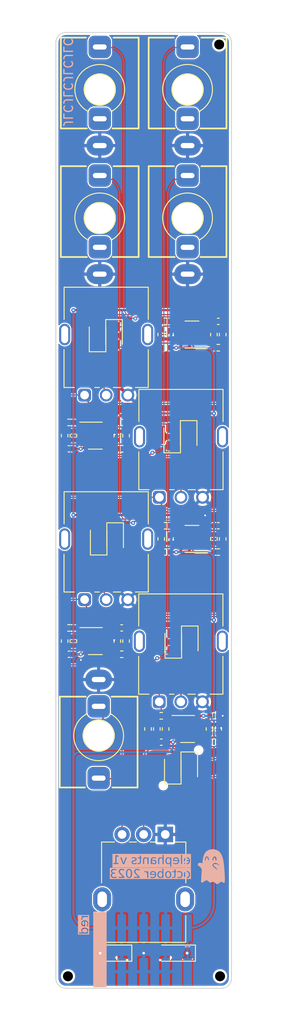
<source format=kicad_pcb>
(kicad_pcb (version 20221018) (generator pcbnew)
  (layers (0 "F.Cu" signal) (31 "B.Cu" signal) (34 "B.Paste" user) (35 "F.Paste" user) (36 "B.SilkS" user "B.Silkscreen") (37 "F.SilkS" user "F.Silkscreen") (38 "B.Mask" user) (39 "F.Mask" user) (44 "Edge.Cuts" user))
  (net 0 "")
  (net 1 "Net-(D3-K)")
  (net 2 "Net-(D3-A)")
  (net 3 "Net-(D7-K)")
  (net 4 "Net-(D7-A)")
  (net 5 "GND")
  (net 6 "Out 1")
  (net 11 "Net-(U1A--)")
  (net 12 "Net-(R1-Pad2)")
  (net 13 "Slider")
  (net 14 "Net-(U2A-+)")
  (net 15 "Net-(R10-Pad1)")
  (net 16 "Net-(U2B-+)")
  (net 17 "Net-(R14-Pad2)")
  (net 18 "Net-(R20-Pad2)")
  (net 19 "-12V")
  (net 20 "+12V")
  (net 21 "Net-(U1A-+)")
  (net 22 "Net-(U1B-+)")
  (net 23 "Out 2")
  (net 24 "Out 3")
  (net 25 "Out 4")
  (net 26 "Net-(D1-K)")
  (net 27 "Net-(D1-A)")
  (net 28 "Net-(D5-K)")
  (net 29 "Net-(D5-A)")
  (net 30 "Net-(U2A--)")
  (net 31 "Net-(U3A--)")
  (net 32 "Net-(U3B-+)")
  (net 33 "Net-(U4A--)")
  (net 34 "Net-(U4B-+)")
  (net 35 "Net-(U3A-+)")
  (net 36 "Net-(U4A-+)")
  (net 37 "Net-(D10-A)")
  (net 38 "Net-(D10-K)")
  (net 39 "Vin")
  (net 40 "+10V")
  (net 41 "Net-(U5A--)")
  (net 42 "Net-(U5B-+)")
  (net 43 "Net-(U5A-+)")
  (footprint "Resistor_SMD:R_0402_1005Metric" (layer "F.Cu") (at 88.392 83.947 -90)
    (fp_text reference "R18" hide)
    (fp_text value "10k")
  )
  (footprint "Resistor_SMD:R_0402_1005Metric" (layer "F.Cu") (at 89.408 60.325 -90)
    (fp_text reference "R5" hide)
    (fp_text value "33r")
  )
  (footprint "Capacitor_SMD:C_0402_1005Metric" (layer "F.Cu") (at 77.724 97.282)
    (fp_text reference "C10" hide)
    (fp_text value "C")
  )
  (footprint "Resistor_SMD:R_0402_1005Metric" (layer "F.Cu") (at 78.232 95.758 90)
    (fp_text reference "R20" hide)
    (fp_text value "20k")
  )
  (footprint "Resistor_SMD:R_0402_1005Metric" (layer "F.Cu") (at 83.312 72.009 90)
    (fp_text reference "R7" hide)
    (fp_text value "33r")
  )
  (footprint "Resistor_SMD:R_0402_1005Metric" (layer "F.Cu") (at 94.9905 105.916 90)
    (fp_text reference "R29" hide)
    (fp_text value "33r")
  )
  (footprint "Pale Slim Ghost:hole JLCPCB tooling" (layer "F.Cu") (at 77.6 134.5)
    (fp_text reference "REF**" hide)
    (fp_text value "hole JLCPCB tooling")
  )
  (footprint "Package_TO_SOT_SMD:SOT-23-8" (layer "F.Cu") (at 91.948 60.325 180)
    (fp_text reference "U1" hide)
    (fp_text value "TL072")
  )
  (footprint "Resistor_SMD:R_0402_1005Metric" (layer "F.Cu") (at 88.392 104.394 180)
    (fp_text reference "R25" hide)
    (fp_text value "4.7k")
  )
  (footprint "Resistor_SMD:R_0402_1005Metric" (layer "F.Cu") (at 86.868 105.918 -90)
    (fp_text reference "R26" hide)
    (fp_text value "22k")
  )
  (footprint "Resistor_SMD:R_0402_1005Metric" (layer "F.Cu") (at 83.82 97.282)
    (fp_text reference "R23" hide)
    (fp_text value "100k")
  )
  (footprint "Resistor_SMD:R_0402_1005Metric" (layer "F.Cu") (at 84.328 72.011 90)
    (fp_text reference "R12" hide)
    (fp_text value "10k")
  )
  (footprint "Pale Slim Ghost:Jack_3.5mm_QingPu_WQP-PJ398SM_Vertical" (layer "F.Cu") (at 91.44 46.863)
    (fp_text reference "J4" hide)
    (fp_text value "AudioJack2_SwitchT")
  )
  (footprint "Capacitor_Tantalum_SMD:CP_EIA-3216-18_Kemet-A" (layer "F.Cu") (at 90.043 131.826 180)
    (fp_text reference "C1" hide)
    (fp_text value "C_Polarized")
  )
  (footprint "Capacitor_SMD:C_0402_1005Metric" (layer "F.Cu") (at 83.82 94.234)
    (fp_text reference "C9" hide)
    (fp_text value "C")
  )
  (footprint "Package_TO_SOT_SMD:SOT-23-8" (layer "F.Cu") (at 80.772 95.758)
    (fp_text reference "U4" hide)
    (fp_text value "TL072")
  )
  (footprint "Package_TO_SOT_SMD:SOT-23-8" (layer "F.Cu") (at 80.7665 72.009)
    (fp_text reference "U2" hide)
    (fp_text value "TL072")
  )
  (footprint "Pale Slim Ghost:hole JLCPCB tooling" (layer "F.Cu") (at 95.1 26.8)
    (fp_text reference "REF**" hide)
    (fp_text value "hole JLCPCB tooling")
  )
  (footprint "Package_TO_SOT_SMD:SOT-23-8" (layer "F.Cu") (at 91.948 83.947 180)
    (fp_text reference "U3" hide)
    (fp_text value "TL072")
  )
  (footprint "Resistor_SMD:R_0402_1005Metric" (layer "F.Cu") (at 94.4935 107.442)
    (fp_text reference "R30" hide)
    (fp_text value "100k")
  )
  (footprint "Pale Slim Ghost:Jack_3.5mm_QingPu_WQP-PJ398SM_Vertical" (layer "F.Cu") (at 91.44 32.004)
    (fp_text reference "J2" hide)
    (fp_text value "AudioJack2_SwitchT")
  )
  (footprint "Capacitor_SMD:C_0402_1005Metric" (layer "F.Cu") (at 94.996 58.801 180)
    (fp_text reference "C4" hide)
    (fp_text value "C")
  )
  (footprint "LED_SMD:LED_0805_2012Metric_Pad1.15x1.40mm_HandSolder" (layer "F.Cu") (at 82.931 60.452 -90)
    (fp_text reference "D1" hide)
    (fp_text value "Red")
  )
  (footprint "Resistor_SMD:R_0402_1005Metric" (layer "F.Cu") (at 84.328 95.758 90)
    (fp_text reference "R24" hide)
    (fp_text value "10k")
  )
  (footprint "Resistor_SMD:R_0402_1005Metric" (layer "F.Cu") (at 77.216 95.758 -90)
    (fp_text reference "R21" hide)
    (fp_text value "20k")
  )
  (footprint "Capacitor_SMD:C_0402_1005Metric" (layer "F.Cu") (at 88.392 107.442)
    (fp_text reference "C12" hide)
    (fp_text value "C")
  )
  (footprint "Capacitor_SMD:C_0402_1005Metric" (layer "F.Cu") (at 94.996 82.423 180)
    (fp_text reference "C8" hide)
    (fp_text value "C")
  )
  (footprint "Pale Slim Ghost:Jack_3.5mm_QingPu_WQP-PJ398SM_Vertical" (layer "F.Cu") (at 81.28 46.863)
    (fp_text reference "J3" hide)
    (fp_text value "AudioJack2_SwitchT")
  )
  (footprint "Resistor_SMD:R_0402_1005Metric" (layer "F.Cu") (at 94.488 83.947 -90)
    (fp_text reference "R14" hide)
    (fp_text value "20k")
  )
  (footprint "Resistor_SMD:R_0402_1005Metric" (layer "F.Cu") (at 88.9 82.423 180)
    (fp_text reference "R17" hide)
    (fp_text value "100k")
  )
  (footprint "Capacitor_SMD:C_0402_1005Metric" (layer "F.Cu") (at 77.724 73.533)
    (fp_text reference "C6" hide)
    (fp_text value "C")
  )
  (footprint "Pale Slim Ghost:Jack_3.5mm_QingPu_WQP-PJ398SM_Vertical" (layer "F.Cu") (at 81.153 106.68 180)
    (fp_text reference "J6" hide)
    (fp_text value "AudioJack2_SwitchT")
  )
  (footprint "Resistor_SMD:R_0402_1005Metric" (layer "F.Cu") (at 88.9 105.918 90)
    (fp_text reference "R27" hide)
    (fp_text value "20k")
  )
  (footprint "Capacitor_SMD:C_0402_1005Metric" (layer "F.Cu") (at 94.4935 104.394)
    (fp_text reference "C11" hide)
    (fp_text value "C")
  )
  (footprint "LED_SMD:LED_0805_2012Metric_Pad1.15x1.40mm_HandSolder" (layer "F.Cu") (at 81.026 60.452 90)
    (fp_text reference "D2" hide)
    (fp_text value "Blue")
  )
  (footprint "Capacitor_Tantalum_SMD:CP_EIA-3216-18_Kemet-A" (layer "F.Cu") (at 82.677 131.826 180)
    (fp_text reference "C2" hide)
    (fp_text value "C_Polarized")
  )
  (footprint "Resistor_SMD:R_0402_1005Metric" (layer "F.Cu") (at 88.9 58.801 180)
    (fp_text reference "R4" hide)
    (fp_text value "100k")
  )
  (footprint "LED_SMD:LED_0805_2012Metric_Pad1.15x1.40mm_HandSolder" (layer "F.Cu") (at 81.153 83.947 90)
    (fp_text reference "D6" hide)
    (fp_text value "Blue")
  )
  (footprint "Pale Slim Ghost:hole JLCPCB tooling" (layer "F.Cu") (at 95.2 134.5)
    (fp_text reference "REF**" hide)
    (fp_text value "hole JLCPCB tooling")
  )
  (footprint "Resistor_SMD:R_0402_1005Metric" (layer "F.Cu") (at 83.312 95.758 90)
    (fp_text reference "R19" hide)
    (fp_text value "33r")
  )
  (footprint "Resistor_SMD:R_0402_1005Metric" (layer "F.Cu") (at 89.408 83.947 -90)
    (fp_text reference "R13" hide)
    (fp_text value "33r")
  )
  (footprint "Resistor_SMD:R_0402_1005Metric" (layer "F.Cu") (at 94.996 61.849 180)
    (fp_text reference "R3" hide)
    (fp_text value "1k")
  )
  (footprint "Pale Slim Ghost:VBL Lightpipe" (layer "F.Cu") (at 90.6775 110.4215 90)
    (fp_text reference "L1" hide)
    (fp_text value "LED_Lightpipe")
  )
  (footprint "LED_SMD:LED_0805_2012Metric_Pad1.15x1.40mm_HandSolder" (layer "F.Cu") (at 83.058 83.947 -90)
    (fp_text reference "D5" hide)
    (fp_text value "Red")
  )
  (footprint "Resistor_SMD:R_0402_1005Metric" (layer "F.Cu") (at 77.216 72.009 -90)
    (fp_text reference "R9" hide)
    (fp_text value "20k")
  )
  (footprint "Pale Slim Ghost:Potentiometer_Song_Huei_R0904N" (layer "F.Cu") (at 90.66 95.776 90)
    (fp_text reference "RV5" hide)
    (fp_text value "R_Potentiometer")
  )
  (footprint "Capacitor_SMD:C_0402_1005Metric" (layer "F.Cu") (at 88.9 85.471 180)
    (fp_text reference "C7" hide)
    (fp_text value "C")
  )
  (footprint "LED_SMD:LED_0805_2012Metric_Pad1.15x1.40mm_HandSolder" (layer "F.Cu") (at 89.662 72.136 90)
    (fp_text reference "D3" hide)
    (fp_text value "Red")
  )
  (footprint "Resistor_SMD:R_0402_1005Metric" (layer "F.Cu") (at 78.232 72.009 90)
    (fp_text reference "R8" hide)
    (fp_text value "20k")
  )
  (footprint "Resistor_SMD:R_0402_1005Metric" (layer "F.Cu") (at 87.884 105.918 -90)
    (fp_text reference "R28" hide)
    (fp_text value "20k")
  )
  (footprint "LED_SMD:LED_0805_2012Metric_Pad1.15x1.40mm_HandSolder" (layer "F.Cu") (at 91.694 95.876 -90)
    (fp_text reference "D8" hide)
    (fp_text value "Blue")
  )
  (footprint "Resistor_SMD:R_0402_1005Metric" (layer "F.Cu") (at 95.504 60.325 90)
    (fp_text reference "R2" hide)
    (fp_text value "20k")
  )
  (footprint "Capacitor_SMD:C_0402_1005Metric" (layer "F.Cu") (at 88.9 61.849 180)
    (fp_text reference "C3" hide)
    (fp_text value "C")
  )
  (footprint "Resistor_SMD:R_0402_1005Metric" (layer "F.Cu") (at 95.504 83.947 90)
    (fp_text reference "R15" hide)
    (fp_text value "20k")
  )
  (footprint "Resistor_SMD:R_0402_1005Metric" (layer "F.Cu") (at 93.98 105.918 90)
    (fp_text reference "R31" hide)
    (fp_text value "10k")
  )
  (footprint "Resistor_SMD:R_0402_1005Metric" (layer "F.Cu") (at 94.996 85.471 180)
    (fp_text reference "R16" hide)
    (fp_text value "1k")
  )
  (footprint "Resistor_SMD:R_0402_1005Metric" (layer "F.Cu") (at 94.488 60.325 -90)
    (fp_text reference "R1" hide)
    (fp_text value "20k")
  )
  (footprint "LED_SMD:LED_0805_2012Metric_Pad1.15x1.40mm_HandSolder" (layer "F.Cu") (at 91.635 110.431 -90)
    (fp_text reference "D9" hide)
    (fp_text value "Red")
  )
  (footprint "Resistor_SMD:R_0402_1005Metric" (layer "F.Cu") (at 77.724 70.485)
    (fp_text reference "R10" hide)
    (fp_text value "1k")
  )
  (footprint "Pale Slim Ghost:Potentiometer_Song_Huei_R0904N" (layer "F.Cu") (at 82.024 60.325 90)
    (fp_text reference "RV2" hide)
    (fp_text value "R_Potentiometer")
  )
  (footprint "Resistor_SMD:R_0402_1005Metric" (layer "F.Cu") (at 88.392 60.325 -90)
    (fp_text reference "R6" hide)
    (fp_text value "10k")
  )
  (footprint "LED_SMD:LED_0805_2012Metric_Pad1.15x1.40mm_HandSolder" (layer "F.Cu") (at 91.567 72.136 -90)
    (fp_text reference "D4" hide)
    (fp_text value "Blue")
  )
  (footprint "Resistor_SMD:R_0402_1005Metric" (layer "F.Cu") (at 77.724 94.234)
    (fp_text reference "R22" hide)
    (fp_text value "1k")
  )
  (footprint "Pale Slim Ghost:Potentiometer_Alpha_RD901F-40-00D_Single_Vertical" (layer "F.Cu") (at 86.36 125.606 -90)
    (fp_text reference "RV1" hide)
    (fp_text value "R_Potentiometer")
  )
  (footprint "Capacitor_SMD:C_0402_1005Metric" (layer "F.Cu") (at 83.82 70.485)
    (fp_text reference "C5" hide)
    (fp_text value "C")
  )
  (footprint "Pale Slim Ghost:Potentiometer_Song_Huei_R0904N" (layer "F.Cu") (at 90.678 72.136 90)
    (fp_text reference "RV3" hide)
    (fp_text value "R_Potentiometer")
  )
  (footprint "LED_SMD:LED_0805_2012Metric_Pad1.15x1.40mm_HandSolder" (layer "F.Cu") (at 89.789 95.867 90)
    (fp_text reference "D7" hide)
    (fp_text value "Red")
  )
  (footprint "LED_SMD:LED_0805_2012Metric_Pad1.15x1.40mm_HandSolder" (layer "F.Cu") (at 89.73 110.422 90)
    (fp_text reference "D10" hide)
    (fp_text value "Blue")
  )
  (footprint "Pale Slim Ghost:Potentiometer_Song_Huei_R0904N" (layer "F.Cu") (at 82.024 83.965 90)
    (fp_text reference "RV4" hide)
    (fp_text value "R_Potentiometer")
  )
  (footprint "Package_TO_SOT_SMD:SOT-23-8" (layer "F.Cu") (at 91.44 105.918)
    (fp_text reference "U5" hide)
    (fp_text value "TL072")
  )
  (footprint "Pale Slim Ghost:Jack_3.5mm_QingPu_WQP-PJ398SM_Vertical" (layer "F.Cu") (at 81.28 32.004)
    (fp_text reference "J1" hide)
    (fp_text value "AudioJack2_SwitchT")
  )
  (footprint "Resistor_SMD:R_0402_1005Metric" (layer "F.Cu") (at 83.82 73.533)
    (fp_text reference "R11" hide)
    (fp_text value "100k")
  )
  (footprint "Connector_PinHeader_2.54mm:PinHeader_2x05_P2.54mm_Vertical_SMD" (layer "B.Cu") (at 86.36 131.445 -90)
    (fp_text reference "J5" hide)
    (fp_text value "Conn_02x05_Odd_Even")
  )
  (gr_rect (start 80.6 127.1) (end 82 135.7) (stroke (width 0.15)) (fill solid) (layer "B.SilkS"))
  (gr_poly (pts (xy 94.256604 119.846113) (xy 94.152435 119.858414) (xy 94.100905 119.867985) (xy 94.049901 119.879845) (xy 93.999539 119.894004) (xy 93.949935 119.910468) (xy 93.901205 119.929246) (xy 93.853465 119.950344) (xy 93.806833 119.973771) (xy 93.761425 119.999534) (xy 93.717356 120.02764) (xy 93.674744 120.058098) (xy 93.622876 120.100578) (xy 93.575359 120.146088) (xy 93.531952 120.194399) (xy 93.492412 120.245281) (xy 93.456498 120.298504) (xy 93.423969 120.353837) (xy 93.394583 120.411051) (xy 93.368098 120.469915) (xy 93.344273 120.5302) (xy 93.322866 120.591676) (xy 93.303635 120.654112) (xy 93.28634 120.71728) (xy 93.270737 120.780948) (xy 93.256586 120.844886) (xy 93.231673 120.972656) (xy 93.221357 121.032509) (xy 93.212062 121.092544) (xy 93.203643 121.152725) (xy 93.195954 121.213017) (xy 93.182187 121.333788) (xy 93.169601 121.454568) (xy 93.168341 121.466455) (xy 93.167234 121.476242) (xy 93.16627 121.484114) (xy 93.165438 121.490254) (xy 93.16473 121.494846) (xy 93.164135 121.498075) (xy 93.163643 121.500123) (xy 93.163433 121.500762) (xy 93.163245 121.501175) (xy 93.163078 121.501385) (xy 93.16293 121.501414) (xy 93.162801 121.501287) (xy 93.16269 121.501026) (xy 93.162513 121.500192) (xy 93.162391 121.499098) (xy 93.162246 121.49579) (xy 93.15757 121.491704) (xy 93.14338 121.481009) (xy 93.132643 121.473915) (xy 93.119436 121.466049) (xy 93.103731 121.457703) (xy 93.085497 121.449171) (xy 93.064703 121.440745) (xy 93.04132 121.432719) (xy 93.015318 121.425387) (xy 92.986666 121.41904) (xy 92.955334 121.413972) (xy 92.921292 121.410477) (xy 92.88451 121.408848) (xy 92.844958 121.409378) (xy 92.825004 121.410864) (xy 92.806099 121.413573) (xy 92.788253 121.417445) (xy 92.771474 121.422414) (xy 92.755775 121.42842) (xy 92.741164 121.435399) (xy 92.727652 121.443289) (xy 92.715249 121.452028) (xy 92.703965 121.461552) (xy 92.69381 121.4718) (xy 92.684795 121.482708) (xy 92.67693 121.494214) (xy 92.670225 121.506255) (xy 92.664689 121.518769) (xy 92.660334 121.531694) (xy 92.657169 121.544966) (xy 92.655204 121.558524) (xy 92.65445 121.572304) (xy 92.654917 121.586244) (xy 92.656615 121.600281) (xy 92.659554 121.614353) (xy 92.663744 121.628398) (xy 92.669195 121.642352) (xy 92.675918 121.656153) (xy 92.683923 121.669739) (xy 92.693219 121.683046) (xy 92.703817 121.696013) (xy 92.715728 121.708577) (xy 92.728961 121.720675) (xy 92.743526 121.732244) (xy 92.759434 121.743223) (xy 92.776695 121.753547) (xy 92.808602 121.772342) (xy 92.839351 121.792569) (xy 92.868876 121.814157) (xy 92.897109 121.837033) (xy 92.923985 121.861126) (xy 92.949436 121.886362) (xy 92.973395 121.912671) (xy 92.995795 121.939979) (xy 93.01657 121.968215) (xy 93.035652 121.997306) (xy 93.052976 122.02718) (xy 93.068473 122.057766) (xy 93.082077 122.088989) (xy 93.093722 122.12078) (xy 93.103339 122.153064) (xy 93.110864 122.185771) (xy 93.077129 122.688489) (xy 93.049183 123.144079) (xy 93.031903 123.476379) (xy 93.028787 123.572495) (xy 93.028876 123.59888) (xy 93.030166 123.609229) (xy 93.03704 123.615524) (xy 93.044329 123.620928) (xy 93.052003 123.625477) (xy 93.060033 123.629207) (xy 93.06839 123.632154) (xy 93.077047 123.634352) (xy 93.085973 123.635837) (xy 93.09514 123.636646) (xy 93.104519 123.636813) (xy 93.114081 123.636375) (xy 93.123798 123.635367) (xy 93.13364 123.633824) (xy 93.143578 123.631782) (xy 93.153584 123.629278) (xy 93.173683 123.623021) (xy 93.193705 123.615338) (xy 93.21342 123.606515) (xy 93.232597 123.596835) (xy 93.251004 123.586585) (xy 93.268411 123.576049) (xy 93.284586 123.565511) (xy 93.299299 123.555256) (xy 93.312318 123.54557) (xy 93.351957 123.515539) (xy 93.395692 123.48467) (xy 93.418958 123.469614) (xy 93.443084 123.455179) (xy 93.468015 123.441644) (xy 93.493696 123.429286) (xy 93.520072 123.418381) (xy 93.547088 123.409206) (xy 93.57469 123.40204) (xy 93.588693 123.399296) (xy 93.602823 123.397159) (xy 93.617071 123.395662) (xy 93.631431 123.39484) (xy 93.645897 123.394728) (xy 93.660461 123.395361) (xy 93.675116 123.396772) (xy 93.689857 123.398998) (xy 93.704675 123.402072) (xy 93.719564 123.406029) (xy 93.732971 123.410519) (xy 93.745872 123.415857) (xy 93.758306 123.421976) (xy 93.770311 123.428808) (xy 93.781927 123.436287) (xy 93.79319 123.444345) (xy 93.804141 123.452914) (xy 93.814817 123.461927) (xy 93.835501 123.481017) (xy 93.855548 123.501076) (xy 93.89497 123.541946) (xy 93.91496 123.561679) (xy 93.935547 123.580225) (xy 93.946161 123.588885) (xy 93.957039 123.597047) (xy 93.968221 123.604643) (xy 93.979745 123.611605) (xy 93.99165 123.617867) (xy 94.003973 123.623362) (xy 94.016754 123.62802) (xy 94.030031 123.631777) (xy 94.043843 123.634563) (xy 94.058227 123.636312) (xy 94.073223 123.636956) (xy 94.08887 123.636428) (xy 94.105485 123.634842) (xy 94.121516 123.632526) (xy 94.137002 123.629555) (xy 94.151983 123.626008) (xy 94.1665 123.621959) (xy 94.180593 123.617486) (xy 94.207668 123.607572) (xy 94.258503 123.586017) (xy 94.282907 123.575598) (xy 94.307065 123.566234) (xy 94.331299 123.558538) (xy 94.343545 123.555506) (xy 94.355932 123.55312) (xy 94.368498 123.551456) (xy 94.381285 123.550592) (xy 94.394333 123.550603) (xy 94.407682 123.551567) (xy 94.421372 123.553558) (xy 94.435443 123.556655) (xy 94.449937 123.560933) (xy 94.464892 123.566469) (xy 94.48035 123.573339) (xy 94.496351 123.58162) (xy 94.512935 123.591388) (xy 94.530142 123.60272) (xy 94.561279 123.625443) (xy 94.591041 123.649035) (xy 94.647552 123.696626) (xy 94.674858 123.719527) (xy 94.701902 123.741099) (xy 94.728964 123.760793) (xy 94.756321 123.77806) (xy 94.770197 123.785611) (xy 94.784252 123.79235) (xy 94.79852 123.798207) (xy 94.813036 123.803114) (xy 94.827835 123.807003) (xy 94.842951 123.809803) (xy 94.858421 123.811448) (xy 94.874277 123.811868) (xy 94.890555 123.810995) (xy 94.907291 123.80876) (xy 94.924518 123.805094) (xy 94.942272 123.799928) (xy 94.960587 123.793195) (xy 94.979499 123.784824) (xy 94.999042 123.774749) (xy 95.01925 123.762899) (xy 95.032147 123.754571) (xy 95.044664 123.745874) (xy 95.068699 123.727572) (xy 95.091624 123.708395) (xy 95.11371 123.688748) (xy 95.156444 123.649654) (xy 95.177632 123.631014) (xy 95.199061 123.613515) (xy 95.221001 123.597562) (xy 95.232247 123.590292) (xy 95.243722 123.583558) (xy 95.25546 123.577413) (xy 95.267495 123.571906) (xy 95.279859 123.567087) (xy 95.292588 123.563008) (xy 95.305715 123.559718) (xy 95.319273 123.557269) (xy 95.333296 123.55571) (xy 95.347819 123.555091) (xy 95.362874 123.555464) (xy 95.378496 123.556878) (xy 95.394718 123.559384) (xy 95.411575 123.563033) (xy 95.41689 123.564641) (xy 95.422875 123.566971) (xy 95.436671 123.573545) (xy 95.4526 123.582249) (xy 95.470299 123.592577) (xy 95.509552 123.616079) (xy 95.53038 123.62824) (xy 95.551526 123.64) (xy 95.572626 123.650852) (xy 95.593316 123.66029) (xy 95.613235 123.667807) (xy 95.622791 123.670687) (xy 95.632019 123.672898) (xy 95.640871 123.674375) (xy 95.649304 123.675055) (xy 95.657272 123.674875) (xy 95.664728 123.673773) (xy 95.671629 123.671684) (xy 95.677928 123.668545) (xy 95.68358 123.664293) (xy 95.68854 123.658865) (xy 95.702461 123.6309) (xy 95.713624 123.587718) (xy 95.72215 123.530142) (xy 95.728158 123.458995) (xy 95.733103 123.279279) (xy 95.729418 123.055152) (xy 95.718064 122.793198) (xy 95.7 122.5) (xy 95.647583 121.846205) (xy 95.630585 121.664256) (xy 95.17378 121.664256) (xy 95.117673 121.724361) (xy 95.110926 121.717607) (xy 95.103021 121.710442) (xy 95.094026 121.702922) (xy 95.084012 121.695102) (xy 95.073047 121.687037) (xy 95.0612 121.678785) (xy 95.035134 121.661938) (xy 95.006368 121.645008) (xy 94.975451 121.628441) (xy 94.959359 121.620434) (xy 94.942936 121.612685) (xy 94.926251 121.605249) (xy 94.909373 121.598184) (xy 94.851682 121.574906) (xy 94.839013 121.570332) (xy 94.826369 121.566228) (xy 94.813414 121.562581) (xy 94.799808 121.559376) (xy 94.785216 121.556601) (xy 94.769299 121.55424) (xy 94.751719 121.552281) (xy 94.732138 121.550709) (xy 94.71022 121.54951) (xy 94.685625 121.548671) (xy 94.627059 121.548017) (xy 94.611227 121.548268) (xy 94.596456 121.549006) (xy 94.582708 121.550202) (xy 94.569948 121.55183) (xy 94.558138 121.553864) (xy 94.547242 121.556277) (xy 94.537223 121.559041) (xy 94.528045 121.56213) (xy 94.519671 121.565518) (xy 94.512065 121.569177) (xy 94.50519 121.573082) (xy 94.499009 121.577204) (xy 94.493486 121.581518) (xy 94.488585 121.585996) (xy 94.484269 121.590612) (xy 94.4805 121.595339) (xy 94.477244 121.600151) (xy 94.474462 121.60502) (xy 94.47212 121.60992) (xy 94.470179 121.614824) (xy 94.468603 121.619706) (xy 94.467356 121.624538) (xy 94.466402 121.629294) (xy 94.465703 121.633947) (xy 94.464927 121.642837) (xy 94.464734 121.650995) (xy 94.464931 121.664256) (xy 94.465052 121.667027) (xy 94.465407 121.669937) (xy 94.465989 121.672975) (xy 94.466789 121.676132) (xy 94.469009 121.682763) (xy 94.471999 121.689753) (xy 94.475689 121.697023) (xy 94.480012 121.704496) (xy 94.484899 121.712094) (xy 94.490281 121.71974) (xy 94.49609 121.727355) (xy 94.502259 121.734862) (xy 94.508717 121.742183) (xy 94.515397 121.749241) (xy 94.522231 121.755957) (xy 94.52915 121.762254) (xy 94.536085 121.768055) (xy 94.542968 121.773281) (xy 94.569004 121.791942) (xy 94.58214 121.801512) (xy 94.596329 121.812112) (xy 94.6123 121.824397) (xy 94.630783 121.839019) (xy 94.652509 121.856632) (xy 94.678207 121.877889) (xy 94.691795 121.88953) (xy 94.704653 121.901139) (xy 94.716812 121.912692) (xy 94.728303 121.924163) (xy 94.739157 121.935528) (xy 94.749404 121.946762) (xy 94.759078 121.95784) (xy 94.768207 121.968738) (xy 94.776825 121.979431) (xy 94.784961 121.989894) (xy 94.799913 122.01003) (xy 94.813314 122.02895) (xy 94.825411 122.046455) (xy 94.833343 122.058642) (xy 94.841766 122.072894) (xy 94.850679 122.089211) (xy 94.860083 122.107592) (xy 94.869978 122.128039) (xy 94.880364 122.15055) (xy 94.891241 122.175127) (xy 94.902609 122.201768) (xy 94.83279 122.2464) (xy 94.78701 122.187949) (xy 94.739482 122.127725) (xy 94.722404 122.1064) (xy 94.706945 122.087861) (xy 94.699573 122.07945) (xy 94.692309 122.071513) (xy 94.685053 122.063975) (xy 94.677705 122.056762) (xy 94.670166 122.0498) (xy 94.662338 122.043013) (xy 94.654121 122.036329) (xy 94.645416 122.029673) (xy 94.636124 122.02297) (xy 94.626146 122.016145) (xy 94.615382 122.009126) (xy 94.603734 122.001837) (xy 94.578749 121.986234) (xy 94.552605 121.969361) (xy 94.525768 121.951435) (xy 94.49871 121.932675) (xy 94.471899 121.913297) (xy 94.445804 121.893517) (xy 94.420894 121.873554) (xy 94.39764 121.853624) (xy 94.392149 121.848515) (xy 94.386814 121.843122) (xy 94.376616 121.831564) (xy 94.367054 121.819107) (xy 94.358138 121.805911) (xy 94.34988 121.792135) (xy 94.342287 121.777937) (xy 94.335371 121.763477) (xy 94.329141 121.748913) (xy 94.323607 121.734404) (xy 94.318778 121.720109) (xy 94.314666 121.706187) (xy 94.311279 121.692796) (xy 94.308627 121.680096) (xy 94.306721 121.668246) (xy 94.30557 121.657403) (xy 94.305184 121.647727) (xy 94.30556 121.638177) (xy 94.306706 121.627678) (xy 94.308649 121.616345) (xy 94.311414 121.604288) (xy 94.315028 121.591621) (xy 94.319518 121.578455) (xy 94.32491 121.564904) (xy 94.331229 121.55108) (xy 94.338504 121.537095) (xy 94.346759 121.523062) (xy 94.356021 121.509092) (xy 94.366317 121.495299) (xy 94.377673 121.481796) (xy 94.390115 121.468693) (xy 94.40367 121.456104) (xy 94.410873 121.450038) (xy 94.418364 121.444142) (xy 94.430558 121.435468) (xy 94.443031 121.427706) (xy 94.455706 121.420806) (xy 94.468505 121.41472) (xy 94.481353 121.409399) (xy 94.494171 121.404796) (xy 94.506882 121.400861) (xy 94.519409 121.397546) (xy 94.531675 121.394803) (xy 94.543602 121.392583) (xy 94.555114 121.390837) (xy 94.566132 121.389518) (xy 94.576581 121.388576) (xy 94.586382 121.387963) (xy 94.603734 121.387531) (xy 94.632251 121.38787) (xy 94.658877 121.38886) (xy 94.683747 121.390465) (xy 94.706998 121.392648) (xy 94.728766 121.395371) (xy 94.749187 121.398598) (xy 94.768399 121.402292) (xy 94.786537 121.406415) (xy 94.803738 121.41093) (xy 94.820139 121.415801) (xy 94.835876 121.42099) (xy 94.851085 121.42646) (xy 94.880466 121.438096) (xy 94.909373 121.450411) (xy 94.924483 121.457531) (xy 94.940651 121.466227) (xy 94.957691 121.476341) (xy 94.975418 121.487712) (xy 94.993645 121.500183) (xy 95.012184 121.513592) (xy 95.03085 121.527781) (xy 95.049457 121.54259) (xy 95.067817 121.557859) (xy 95.085744 121.57343) (xy 95.103052 121.589143) (xy 95.119555 121.604839) (xy 95.135065 121.620357) (xy 95.149397 121.635539) (xy 95.162364 121.650225) (xy 95.17378 121.664256) (xy 95.630585 121.664256) (xy 95.62833 121.640112) (xy 95.604366 121.425879) (xy 95.589624 121.317063) (xy 95.57251 121.207834) (xy 95.552628 121.098734) (xy 95.534121 121.011672) (xy 94.809399 121.011672) (xy 94.808686 121.041343) (xy 94.8071 121.070998) (xy 94.806722 121.075066) (xy 94.806144 121.079067) (xy 94.805373 121.082997) (xy 94.804413 121.08685) (xy 94.80327 121.090621) (xy 94.801949 121.094307) (xy 94.800455 121.097903) (xy 94.798794 121.101403) (xy 94.796971 121.104804) (xy 94.794991 121.108101) (xy 94.79286 121.111288) (xy 94.790583 121.114362) (xy 94.788166 121.117318) (xy 94.785612 121.120151) (xy 94.782929 121.122856) (xy 94.780121 121.12543) (xy 94.777194 121.127866) (xy 94.774152 121.130161) (xy 94.771001 121.13231) (xy 94.767747 121.134308) (xy 94.764395 121.136151) (xy 94.76095 121.137834) (xy 94.757417 121.139352) (xy 94.753801 121.140701) (xy 94.750109 121.141876) (xy 94.746345 121.142872) (xy 94.742515 121.143686) (xy 94.738624 121.144311) (xy 94.734677 121.144744) (xy 94.73068 121.14498) (xy 94.726637 121.145014) (xy 94.722555 121.144842) (xy 94.718487 121.144463) (xy 94.714485 121.143886) (xy 94.710556 121.143114) (xy 94.706703 121.142154) (xy 94.702931 121.141011) (xy 94.699245 121.13969) (xy 94.69565 121.138196) (xy 94.692149 121.136535) (xy 94.688748 121.134712) (xy 94.685452 121.132733) (xy 94.682264 121.130602) (xy 94.67919 121.128325) (xy 94.676235 121.125907) (xy 94.673402 121.123354) (xy 94.670696 121.120671) (xy 94.668123 121.117863) (xy 94.665687 121.114935) (xy 94.663392 121.111893) (xy 94.661243 121.108743) (xy 94.659245 121.105489) (xy 94.657402 121.102136) (xy 94.655719 121.098691) (xy 94.654201 121.095158) (xy 94.652852 121.091543) (xy 94.651677 121.087851) (xy 94.65068 121.084087) (xy 94.649867 121.080257) (xy 94.649242 121.076366) (xy 94.648809 121.072419) (xy 94.648573 121.068421) (xy 94.648539 121.064379) (xy 94.648711 121.060297) (xy 94.650126 121.03323) (xy 94.65067 121.007035) (xy 94.650359 120.981823) (xy 94.649211 120.957704) (xy 94.647243 120.93479) (xy 94.645956 120.923819) (xy 94.64447 120.913191) (xy 94.642787 120.902919) (xy 94.64091 120.893018) (xy 94.63884 120.883501) (xy 94.63658 120.874382) (xy 94.634131 120.865676) (xy 94.631496 120.857395) (xy 94.628676 120.849553) (xy 94.625675 120.842166) (xy 94.622493 120.835245) (xy 94.619134 120.828806) (xy 94.615598 120.822862) (xy 94.611889 120.817427) (xy 94.608008 120.812515) (xy 94.603957 120.80814) (xy 94.599739 120.804315) (xy 94.595356 120.801054) (xy 94.590809 120.798372) (xy 94.586101 120.796282) (xy 94.581233 120.794798) (xy 94.576209 120.793934) (xy 94.570948 120.793743) (xy 94.565695 120.794292) (xy 94.56046 120.795555) (xy 94.555255 120.797509) (xy 94.550089 120.800133) (xy 94.544973 120.803401) (xy 94.539918 120.807292) (xy 94.534933 120.811782) (xy 94.525217 120.822467) (xy 94.515908 120.835268) (xy 94.507091 120.850002) (xy 94.498849 120.866482) (xy 94.491264 120.884524) (xy 94.48442 120.90394) (xy 94.4784 120.924547) (xy 94.473288 120.946158) (xy 94.469168 120.968587) (xy 94.466121 120.99165) (xy 94.464232 121.01516) (xy 94.463584 121.038932) (xy 94.46348 121.043017) (xy 94.463174 121.047048) (xy 94.462669 121.05102) (xy 94.461971 121.054929) (xy 94.461085 121.058769) (xy 94.460015 121.062536) (xy 94.458767 121.066224) (xy 94.457346 121.069829) (xy 94.455756 121.073345) (xy 94.454004 121.076767) (xy 94.452092 121.080091) (xy 94.450028 121.083312) (xy 94.447815 121.086424) (xy 94.445458 121.089422) (xy 94.442964 121.092302) (xy 94.440335 121.095059) (xy 94.437579 121.097687) (xy 94.434699 121.100182) (xy 94.4317 121.102538) (xy 94.428588 121.104751) (xy 94.425368 121.106816) (xy 94.422044 121.108727) (xy 94.418621 121.11048) (xy 94.415105 121.11207) (xy 94.411501 121.113491) (xy 94.407812 121.114739) (xy 94.404046 121.115808) (xy 94.400206 121.116695) (xy 94.396297 121.117393) (xy 94.392324 121.117898) (xy 94.388293 121.118204) (xy 94.384209 121.118307) (xy 94.380124 121.118204) (xy 94.376093 121.117898) (xy 94.372121 121.117393) (xy 94.368212 121.116695) (xy 94.364372 121.115808) (xy 94.360605 121.114739) (xy 94.356917 121.113491) (xy 94.353312 121.11207) (xy 94.349796 121.11048) (xy 94.346374 121.108727) (xy 94.34305 121.106816) (xy 94.339829 121.104751) (xy 94.336717 121.102538) (xy 94.333719 121.100182) (xy 94.330839 121.097687) (xy 94.328082 121.095059) (xy 94.325454 121.092302) (xy 94.322959 121.089422) (xy 94.320603 121.086424) (xy 94.31839 121.083312) (xy 94.316325 121.080091) (xy 94.314414 121.076767) (xy 94.312661 121.073345) (xy 94.311071 121.069829) (xy 94.30965 121.066224) (xy 94.308402 121.062536) (xy 94.307333 121.058769) (xy 94.306446 121.054929) (xy 94.305748 121.05102) (xy 94.305243 121.047048) (xy 94.304937 121.043017) (xy 94.304834 121.038932) (xy 94.30489 121.036975) (xy 93.931228 121.036975) (xy 93.931149 121.041017) (xy 93.930869 121.045011) (xy 93.930392 121.048953) (xy 93.929724 121.052837) (xy 93.928868 121.056658) (xy 93.92783 121.060411) (xy 93.926614 121.06409) (xy 93.925225 121.06769) (xy 93.923668 121.071205) (xy 93.921947 121.074632) (xy 93.920067 121.077964) (xy 93.918033 121.081195) (xy 93.915849 121.084322) (xy 93.913521 121.087338) (xy 93.911052 121.090238) (xy 93.908448 121.093018) (xy 93.905713 121.095671) (xy 93.902852 121.098192) (xy 93.899869 121.100577) (xy 93.89677 121.10282) (xy 93.893559 121.104915) (xy 93.890241 121.106858) (xy 93.88682 121.108643) (xy 93.883301 121.110265) (xy 93.87969 121.111719) (xy 93.875989 121.112999) (xy 93.872205 121.114101) (xy 93.868342 121.115018) (xy 93.864404 121.115746) (xy 93.860397 121.116279) (xy 93.856324 121.116612) (xy 93.85224 121.116739) (xy 93.848199 121.11666) (xy 93.844204 121.11638) (xy 93.840262 121.115903) (xy 93.836378 121.115235) (xy 93.832557 121.114379) (xy 93.828805 121.113341) (xy 93.825126 121.112125) (xy 93.821526 121.110736) (xy 93.81801 121.109179) (xy 93.814583 121.107458) (xy 93.811252 121.105578) (xy 93.80802 121.103544) (xy 93.804893 121.10136) (xy 93.801877 121.099031) (xy 93.798977 121.096563) (xy 93.796198 121.093958) (xy 93.793545 121.091223) (xy 93.791023 121.088362) (xy 93.788638 121.08538) (xy 93.786395 121.082281) (xy 93.7843 121.07907) (xy 93.782357 121.075752) (xy 93.780572 121.072331) (xy 93.77895 121.068812) (xy 93.777496 121.0652) (xy 93.776216 121.0615) (xy 93.775115 121.057716) (xy 93.774197 121.053852) (xy 93.77347 121.049915) (xy 93.772937 121.045907) (xy 93.772603 121.041835) (xy 93.7717 121.027875) (xy 93.770583 121.01416) (xy 93.769258 121.000705) (xy 93.767729 120.987522) (xy 93.766003 120.974624) (xy 93.764085 120.962025) (xy 93.761979 120.949739) (xy 93.759691 120.937778) (xy 93.757228 120.926156) (xy 93.754593 120.914887) (xy 93.751792 120.903983) (xy 93.748832 120.893458) (xy 93.745716 120.883325) (xy 93.742451 120.873597) (xy 93.739041 120.864288) (xy 93.735492 120.855412) (xy 93.73181 120.846981) (xy 93.727999 120.839009) (xy 93.724066 120.831509) (xy 93.720015 120.824494) (xy 93.715852 120.817978) (xy 93.711582 120.811975) (xy 93.70721 120.806496) (xy 93.702742 120.801557) (xy 93.698184 120.797169) (xy 93.69354 120.793347) (xy 93.688815 120.790104) (xy 93.684016 120.787452) (xy 93.679148 120.785406) (xy 93.674215 120.783979) (xy 93.669224 120.783184) (xy 93.664179 120.783034) (xy 93.659886 120.783594) (xy 93.655623 120.784953) (xy 93.651398 120.787079) (xy 93.64722 120.789939) (xy 93.643095 120.793503) (xy 93.639031 120.797737) (xy 93.631119 120.808089) (xy 93.623544 120.820741) (xy 93.616368 120.835437) (xy 93.609652 120.851921) (xy 93.603458 120.869938) (xy 93.597848 120.88923) (xy 93.592883 120.909544) (xy 93.588625 120.930622) (xy 93.585134 120.95221) (xy 93.582473 120.974051) (xy 93.580703 120.99589) (xy 93.579885 121.01747) (xy 93.580081 121.038537) (xy 93.580121 121.042623) (xy 93.579955 121.046662) (xy 93.579589 121.05065) (xy 93.579028 121.054581) (xy 93.578276 121.058449) (xy 93.577339 121.062251) (xy 93.57622 121.06598) (xy 93.574926 121.069632) (xy 93.57346 121.073202) (xy 93.571828 121.076683) (xy 93.570033 121.080072) (xy 93.568082 121.083363) (xy 93.565979 121.08655) (xy 93.563729 121.089629) (xy 93.561336 121.092594) (xy 93.558806 121.095441) (xy 93.556143 121.098164) (xy 93.553351 121.100758) (xy 93.550437 121.103217) (xy 93.547404 121.105537) (xy 93.544258 121.107713) (xy 93.541002 121.109739) (xy 93.537643 121.111611) (xy 93.534185 121.113322) (xy 93.530632 121.114868) (xy 93.52699 121.116244) (xy 93.523263 121.117444) (xy 93.519456 121.118464) (xy 93.515574 121.119298) (xy 93.511621 121.119941) (xy 93.507604 121.120388) (xy 93.503525 121.120634) (xy 93.499439 121.120673) (xy 93.4954 121.120508) (xy 93.491412 121.120142) (xy 93.487482 121.119581) (xy 93.483613 121.118829) (xy 93.479811 121.117891) (xy 93.476082 121.116773) (xy 93.47243 121.115478) (xy 93.46886 121.114013) (xy 93.465379 121.11238) (xy 93.46199 121.110586) (xy 93.4587 121.108635) (xy 93.455512 121.106532) (xy 93.452433 121.104282) (xy 93.449468 121.101889) (xy 93.446621 121.099359) (xy 93.443898 121.096695) (xy 93.441305 121.093904) (xy 93.438845 121.09099) (xy 93.436525 121.087957) (xy 93.434349 121.08481) (xy 93.432323 121.081555) (xy 93.430451 121.078196) (xy 93.42874 121.074737) (xy 93.427194 121.071185) (xy 93.425818 121.067542) (xy 93.424618 121.063815) (xy 93.423598 121.060008) (xy 93.422764 121.056126) (xy 93.422121 121.052174) (xy 93.421674 121.048156) (xy 93.421428 121.044078) (xy 93.421234 121.021862) (xy 93.422105 120.997207) (xy 93.424046 120.970674) (xy 93.427059 120.942824) (xy 93.431147 120.914219) (xy 93.436313 120.885419) (xy 93.442558 120.856987) (xy 93.446087 120.843083) (xy 93.449888 120.829482) (xy 93.456859 120.807389) (xy 93.464559 120.786275) (xy 93.473004 120.766192) (xy 93.482213 120.747199) (xy 93.492202 120.729349) (xy 93.502989 120.712699) (xy 93.508687 120.704841) (xy 93.514592 120.697304) (xy 93.520705 120.690094) (xy 93.527028 120.683219) (xy 93.533565 120.676685) (xy 93.540316 120.6705) (xy 93.547284 120.664671) (xy 93.554472 120.659203) (xy 93.561882 120.654105) (xy 93.569515 120.649383) (xy 93.577374 120.645044) (xy 93.585462 120.641095) (xy 93.593779 120.637543) (xy 93.60233 120.634396) (xy 93.611115 120.631659) (xy 93.620137 120.62934) (xy 93.629398 120.627445) (xy 93.638901 120.625983) (xy 93.648647 120.624959) (xy 93.658639 120.62438) (xy 93.675569 120.624324) (xy 93.691871 120.625344) (xy 93.707554 120.627415) (xy 93.722625 120.630513) (xy 93.737094 120.634611) (xy 93.750969 120.639686) (xy 93.764258 120.645713) (xy 93.776971 120.652667) (xy 93.789114 120.660522) (xy 93.800698 120.669254) (xy 93.811731 120.678838) (xy 93.82222 120.68925) (xy 93.832175 120.700464) (xy 93.841604 120.712455) (xy 93.858918 120.738671) (xy 93.874231 120.767698) (xy 93.88761 120.799338) (xy 93.899124 120.83339) (xy 93.908841 120.869658) (xy 93.916829 120.90794) (xy 93.923157 120.94804) (xy 93.927891 120.989756) (xy 93.931101 121.032891) (xy 93.931228 121.036975) (xy 94.30489 121.036975) (xy 94.305968 120.999399) (xy 94.30937 120.960177) (xy 94.31192 120.940791) (xy 94.315035 120.921611) (xy 94.318715 120.902681) (xy 94.322961 120.884044) (xy 94.32777 120.865742) (xy 94.333144 120.847818) (xy 94.339081 120.830316) (xy 94.345581 120.813278) (xy 94.352644 120.796747) (xy 94.360269 120.780766) (xy 94.368456 120.765378) (xy 94.377204 120.750627) (xy 94.386514 120.736553) (xy 94.396384 120.723202) (xy 94.406815 120.710615) (xy 94.417805 120.698836) (xy 94.429355 120.687908) (xy 94.441464 120.677872) (xy 94.454132 120.668773) (xy 94.467358 120.660654) (xy 94.481142 120.653556) (xy 94.495483 120.647523) (xy 94.510381 120.642599) (xy 94.525836 120.638825) (xy 94.541848 120.636245) (xy 94.558415 120.634902) (xy 94.575537 120.634838) (xy 94.593215 120.636097) (xy 94.603119 120.637374) (xy 94.61277 120.639039) (xy 94.622169 120.641086) (xy 94.631318 120.64351) (xy 94.640217 120.646304) (xy 94.648869 120.649464) (xy 94.657276 120.652982) (xy 94.665437 120.656853) (xy 94.673355 120.661072) (xy 94.681032 120.665633) (xy 94.688468 120.670529) (xy 94.695666 120.675755) (xy 94.702627 120.681306) (xy 94.709352 120.687175) (xy 94.7221 120.699844) (xy 94.733922 120.713716) (xy 94.744831 120.728746) (xy 94.754838 120.744886) (xy 94.763954 120.76209) (xy 94.772192 120.780311) (xy 94.779564 120.799503) (xy 94.78608 120.819619) (xy 94.791753 120.840613) (xy 94.794852 120.854021) (xy 94.797628 120.867638) (xy 94.800089 120.881447) (xy 94.802243 120.895431) (xy 94.805663 120.923862) (xy 94.807953 120.9528) (xy 94.809177 120.982114) (xy 94.809399 121.011672) (xy 95.534121 121.011672) (xy 95.529579 120.990304) (xy 95.502965 120.883084) (xy 95.472389 120.777616) (xy 95.437454 120.674439) (xy 95.39776 120.574096) (xy 95.352911 120.477127) (xy 95.302508 120.384073) (xy 95.246154 120.295475) (xy 95.183451 120.211873) (xy 95.149806 120.172987) (xy 95.114127 120.136223) (xy 95.076529 120.101588) (xy 95.037129 120.069092) (xy 94.996043 120.038741) (xy 94.953388 120.010544) (xy 94.90928 119.984506) (xy 94.863836 119.960638) (xy 94.817171 119.938945) (xy 94.769402 119.919435) (xy 94.720646 119.902117) (xy 94.671019 119.886998) (xy 94.569616 119.863385) (xy 94.466126 119.84866) (xy 94.361478 119.842882)) (stroke (width 0.052916)) (fill solid) (layer "B.SilkS"))
  (gr_line (start 77.36 25.4) (end 95.36 25.4) (stroke (width 0.1)) (layer "Edge.Cuts"))
  (gr_line (start 96.52 26.56) (end 96.52 134.73) (stroke (width 0.1)) (layer "Edge.Cuts"))
  (gr_arc (start 76.2 26.56) (mid 76.539756 25.739756) (end 77.36 25.4) (stroke (width 0.1)) (layer "Edge.Cuts"))
  (gr_line (start 95.36 135.89) (end 77.36 135.89) (stroke (width 0.1)) (layer "Edge.Cuts"))
  (gr_line (start 76.2 134.73) (end 76.2 26.56) (stroke (width 0.1)) (layer "Edge.Cuts"))
  (gr_arc (start 96.52 134.73) (mid 96.180244 135.550244) (end 95.36 135.89) (stroke (width 0.1)) (layer "Edge.Cuts"))
  (gr_arc (start 95.36 25.4) (mid 96.180244 25.739756) (end 96.52 26.56) (stroke (width 0.1)) (layer "Edge.Cuts"))
  (gr_arc (start 77.36 135.89) (mid 76.539756 135.550244) (end 76.2 134.73) (stroke (width 0.1)) (layer "Edge.Cuts"))
  (gr_text "october 2023" (at 91.8 123.3) (layer "B.SilkS" knockout) (effects (font (size 1 1)) (justify left bottom mirror)))
  (gr_text "JLCJLCJLCJLC" (at 77 36.4 -90) (layer "B.SilkS") (effects (font (size 1 1)) (justify left bottom mirror)))
  (gr_text "red" (at 80.1 127.4 90) (layer "B.SilkS" knockout) (effects (font (size 1 1)) (justify left bottom mirror)))
  (gr_text "elephants v1" (at 91.8 121.7) (layer "B.SilkS" knockout) (effects (font (size 1 1)) (justify left bottom mirror)))
  (segment (start 81.904 72.334) (end 83.127 72.334) (width 0.127) (layer "F.Cu") (net 1))
  (segment (start 86.459047 73.357753) (end 86.4616 73.3552) (width 0.127) (layer "F.Cu") (net 1))
  (segment (start 89.662 73.161) (end 91.567 73.161) (width 0.127) (layer "F.Cu") (net 1))
  (segment (start 89.662 73.161) (end 86.93044 73.161) (width 0.127) (layer "F.Cu") (net 1))
  (segment (start 84.963 72.517) (end 84.963 72.720204) (width 0.127) (layer "F.Cu") (net 1))
  (segment (start 83.62858 72.009) (end 84.455 72.009) (width 0.127) (layer "F.Cu") (net 1))
  (segment (start 83.312 72.519) (end 83.312 72.32558) (width 0.127) (layer "F.Cu") (net 1))
  (arc (start 83.312 72.32558) (mid 83.404724 72.101724) (end 83.62858 72.009) (width 0.127) (layer "F.Cu") (net 1))
  (arc (start 84.455 72.009) (mid 84.81421 72.15779) (end 84.963 72.517) (width 0.127) (layer "F.Cu") (net 1))
  (arc (start 85.852 73.6092) (mid 86.180531 73.543851) (end 86.459047 73.357753) (width 0.127) (layer "F.Cu") (net 1))
  (arc (start 84.963 72.720204) (mid 85.223381 73.348819) (end 85.852 73.6092) (width 0.127) (layer "F.Cu") (net 1))
  (arc (start 83.127 72.334) (mid 83.257815 72.388185) (end 83.312 72.519) (width 0.127) (layer "F.Cu") (net 1))
  (arc (start 86.93044 73.161) (mid 86.676706 73.211471) (end 86.4616 73.3552) (width 0.127) (layer "F.Cu") (net 1))
  (segment (start 89.662 71.111) (end 91.567 71.111) (width 0.127) (layer "F.Cu") (net 2))
  (segment (start 83.012273 71.0184) (end 84.904232 71.0184) (width 0.127) (layer "F.Cu") (net 2))
  (segment (start 81.904 71.684) (end 82.3924 71.684) (width 0.127) (layer "F.Cu") (net 2))
  (segment (start 82.7532 71.3232) (end 82.7532 71.277473) (width 0.127) (layer "F.Cu") (net 2))
  (segment (start 85.762726 70.6628) (end 89.2138 70.6628) (width 0.127) (layer "F.Cu") (net 2))
  (arc (start 89.2138 70.6628) (mid 89.530725 70.794075) (end 89.662 71.111) (width 0.127) (layer "F.Cu") (net 2))
  (arc (start 82.7532 71.277473) (mid 82.829081 71.094281) (end 83.012273 71.0184) (width 0.127) (layer "F.Cu") (net 2))
  (arc (start 82.3924 71.684) (mid 82.647524 71.578324) (end 82.7532 71.3232) (width 0.127) (layer "F.Cu") (net 2))
  (arc (start 84.904232 71.0184) (mid 85.169726 70.96559) (end 85.3948 70.8152) (width 0.127) (layer "F.Cu") (net 2))
  (arc (start 85.3948 70.8152) (mid 85.563606 70.702407) (end 85.762726 70.6628) (width 0.127) (layer "F.Cu") (net 2))
  (segment (start 83.312 96.266) (end 83.312 96.268) (width 0.127) (layer "F.Cu") (net 3))
  (segment (start 84.963 96.380798) (end 84.963 96.266) (width 0.127) (layer "F.Cu") (net 3))
  (segment (start 84.455 95.758) (end 83.82 95.758) (width 0.127) (layer "F.Cu") (net 3))
  (segment (start 81.9095 96.083) (end 83.127 96.083) (width 0.127) (layer "F.Cu") (net 3))
  (segment (start 89.749407 96.8756) (end 86.778726 96.8756) (width 0.127) (layer "F.Cu") (net 3))
  (segment (start 89.798 96.901) (end 91.694 96.901) (width 0.127) (layer "F.Cu") (net 3))
  (segment (start 86.4108 97.028) (end 86.363698 97.075102) (width 0.127) (layer "F.Cu") (net 3))
  (arc (start 86.778726 96.8756) (mid 86.579606 96.915207) (end 86.4108 97.028) (width 0.127) (layer "F.Cu") (net 3))
  (arc (start 83.82 95.758) (mid 83.46079 95.90679) (end 83.312 96.266) (width 0.127) (layer "F.Cu") (net 3))
  (arc (start 86.363698 97.075102) (mid 86.134528 97.228229) (end 85.864202 97.282) (width 0.127) (layer "F.Cu") (net 3))
  (arc (start 89.789 96.892) (mid 89.791636 96.898364) (end 89.798 96.901) (width 0.127) (layer "F.Cu") (net 3))
  (arc (start 83.127 96.083) (mid 83.257815 96.137185) (end 83.312 96.268) (width 0.127) (layer "F.Cu") (net 3))
  (arc (start 85.864202 97.282) (mid 85.226956 97.018044) (end 84.963 96.380798) (width 0.127) (layer "F.Cu") (net 3))
  (arc (start 84.963 96.266) (mid 84.81421 95.90679) (end 84.455 95.758) (width 0.127) (layer "F.Cu") (net 3))
  (arc (start 89.789 96.892) (mid 89.770835 96.879862) (end 89.749407 96.8756) (width 0.127) (layer "F.Cu") (net 3))
  (segment (start 81.9095 95.433) (end 82.367 95.433) (width 0.127) (layer "F.Cu") (net 4))
  (segment (start 85.2424 94.5896) (end 85.244953 94.587047) (width 0.127) (layer "F.Cu") (net 4))
  (segment (start 82.7532 95.0468) (end 82.7532 95.026473) (width 0.127) (layer "F.Cu") (net 4))
  (segment (start 85.852 94.3356) (end 89.2826 94.3356) (width 0.127) (layer "F.Cu") (net 4))
  (segment (start 83.037673 94.742) (end 84.874474 94.742) (width 0.127) (layer "F.Cu") (net 4))
  (segment (start 89.789 94.842) (end 91.685 94.842) (width 0.127) (layer "F.Cu") (net 4))
  (arc (start 91.685 94.842) (mid 91.691364 94.844636) (end 91.694 94.851) (width 0.127) (layer "F.Cu") (net 4))
  (arc (start 85.244953 94.587047) (mid 85.523468 94.400949) (end 85.852 94.3356) (width 0.127) (layer "F.Cu") (net 4))
  (arc (start 84.874474 94.742) (mid 85.073594 94.702393) (end 85.2424 94.5896) (width 0.127) (layer "F.Cu") (net 4))
  (arc (start 89.2826 94.3356) (mid 89.640679 94.483921) (end 89.789 94.842) (width 0.127) (layer "F.Cu") (net 4))
  (arc (start 82.7532 95.026473) (mid 82.83652 94.82532) (end 83.037673 94.742) (width 0.127) (layer "F.Cu") (net 4))
  (arc (start 82.367 95.433) (mid 82.640085 95.319885) (end 82.7532 95.0468) (width 0.127) (layer "F.Cu") (net 4))
  (segment (start 89.408 60.835) (end 89.408 60.79898) (width 0.254) (layer "F.Cu") (net 5))
  (segment (start 94.9905 105.406) (end 94.9905 105.47225) (width 0.254) (layer "F.Cu") (net 5))
  (segment (start 83.312 95.248) (end 83.312 95.285618) (width 0.254) (layer "F.Cu") (net 5))
  (segment (start 94.2822 81.2292) (end 93.472 81.2292) (width 0.254) (layer "F.Cu") (net 5))
  (segment (start 89.408 84.457) (end 89.408 84.42098) (width 0.254) (layer "F.Cu") (net 5))
  (segment (start 84.027 131.826) (end 88.693 131.826) (width 0.254) (layer "F.Cu") (net 5))
  (segment (start 77.700315 97.9424) (end 79.0956 97.9424) (width 0.254) (layer "F.Cu") (net 5))
  (segment (start 94.9735 104.394) (end 95.504 104.394) (width 0.254) (layer "F.Cu") (net 5))
  (segment (start 83.312 71.499) (end 83.312 71.5772) (width 0.254) (layer "F.Cu") (net 5))
  (segment (start 77.244 97.282) (end 77.244 97.486085) (width 0.254) (layer "F.Cu") (net 5))
  (via (at 86.36 131.826) (size 0.6) (drill 0.3) (layers "F.Cu" "B.Cu") (net 5))
  (via (at 82.954618 95.643) (size 0.5) (drill 0.2) (layers "F.Cu" "B.Cu") (net 5))
  (via (at 95.504 104.394) (size 0.5) (drill 0.2) (layers "F.Cu" "B.Cu") (net 5))
  (via (at 93.472 81.2292) (size 0.5) (drill 0.2) (layers "F.Cu" "B.Cu") (net 5))
  (via (at 79.0956 97.9424) (size 0.5) (drill 0.2) (layers "F.Cu" "B.Cu") (net 5))
  (via (at 89.781467 60.425513) (size 0.5) (drill 0.2) (layers "F.Cu" "B.Cu") (net 5))
  (via (at 95.318 105.79975) (size 0.5) (drill 0.2) (layers "F.Cu" "B.Cu") (net 5))
  (via (at 89.781467 84.047513) (size 0.5) (drill 0.2) (layers "F.Cu" "B.Cu") (net 5))
  (via (at 83.0072 71.882) (size 0.5) (drill 0.2) (layers "F.Cu" "B.Cu") (net 5))
  (arc (start 94.9905 105.47225) (mid 95.086423 105.703827) (end 95.318 105.79975) (width 0.254) (layer "F.Cu") (net 5))
  (arc (start 95.476 82.423) (mid 95.126344 81.578856) (end 94.2822 81.2292) (width 0.254) (layer "F.Cu") (net 5))
  (arc (start 83.312 95.285618) (mid 83.207325 95.538325) (end 82.954618 95.643) (width 0.254) (layer "F.Cu") (net 5))
  (arc (start 83.312 71.5772) (mid 83.222726 71.792726) (end 83.0072 71.882) (width 0.254) (layer "F.Cu") (net 5))
  (arc (start 89.408 60.79898) (mid 89.517386 60.534899) (end 89.781467 60.425513) (width 0.254) (layer "F.Cu") (net 5))
  (arc (start 89.408 84.42098) (mid 89.517386 84.156899) (end 89.781467 84.047513) (width 0.254) (layer "F.Cu") (net 5))
  (arc (start 77.244 97.486085) (mid 77.377652 97.808748) (end 77.700315 97.9424) (width 0.254) (layer "F.Cu") (net 5))
  (segment (start 91.948 61.271184) (end 91.948 59.055) (width 0.127) (layer "F.Cu") (net 6))
  (segment (start 85.5751 58.2905) (end 89.2048 58.2905) (width 0.127) (layer "F.Cu") (net 6))
  (segment (start 94.486 61.849) (end 92.525816 61.849) (width 0.127) (layer "F.Cu") (net 6))
  (segment (start 89.2048 58.2905) (end 88.9005 58.2905) (width 0.127) (layer "F.Cu") (net 6))
  (segment (start 91.1835 58.2905) (end 89.2048 58.2905) (width 0.127) (layer "F.Cu") (net 6))
  (segment (start 91.186 58.293) (end 91.1835 58.2905) (width 0.127) (layer "F.Cu") (net 6))
  (via (at 85.3948 58.4708) (size 0.5) (drill 0.2) (layers "F.Cu" "B.Cu") (net 6))
  (arc (start 92.525816 61.849) (mid 92.117238 61.679762) (end 91.948 61.271184) (width 0.127) (layer "F.Cu") (net 6))
  (arc (start 91.948 59.055) (mid 91.724815 58.516185) (end 91.186 58.293) (width 0.127) (layer "F.Cu") (net 6))
  (arc (start 88.9005 58.2905) (mid 88.539522 58.440022) (end 88.39 58.801) (width 0.127) (layer "F.Cu") (net 6))
  (arc (start 85.3948 58.4708) (mid 85.447609 58.343309) (end 85.5751 58.2905) (width 0.127) (layer "F.Cu") (net 6))
  (segment (start 84.074 29.051055) (end 84.074 57.15) (width 0.127) (layer "B.Cu") (net 6))
  (segment (start 81.28 27.084) (end 82.106945 27.084) (width 0.127) (layer "B.Cu") (net 6))
  (arc (start 84.074 57.15) (mid 84.460853 58.083947) (end 85.3948 58.4708) (width 0.127) (layer "B.Cu") (net 6))
  (arc (start 82.106945 27.084) (mid 83.497863 27.660137) (end 84.074 29.051055) (width 0.127) (layer "B.Cu") (net 6))
  (segment (start 94.363 59.815) (end 94.488 59.815) (width 0.127) (layer "F.Cu") (net 11))
  (segment (start 95.504 59.815) (end 94.488 59.815) (width 0.127) (layer "F.Cu") (net 11))
  (segment (start 93.0855 60.65) (end 93.528 60.65) (width 0.127) (layer "F.Cu") (net 11))
  (arc (start 93.98 60.198) (mid 94.092178 59.927178) (end 94.363 59.815) (width 0.127) (layer "F.Cu") (net 11))
  (arc (start 93.528 60.65) (mid 93.847612 60.517612) (end 93.98 60.198) (width 0.127) (layer "F.Cu") (net 11))
  (segment (start 93.0855 61.3) (end 93.767 61.3) (width 0.127) (layer "F.Cu") (net 12))
  (segment (start 93.0855 61.3) (end 94.957 61.3) (width 0.127) (layer "F.Cu") (net 12))
  (segment (start 94.232 60.835) (end 94.488 60.835) (width 0.127) (layer "F.Cu") (net 12))
  (arc (start 93.98 61.087) (mid 94.053809 60.908809) (end 94.232 60.835) (width 0.127) (layer "F.Cu") (net 12))
  (arc (start 93.767 61.3) (mid 93.917614 61.237614) (end 93.98 61.087) (width 0.127) (layer "F.Cu") (net 12))
  (arc (start 94.957 61.3) (mid 95.345202 61.460798) (end 95.506 61.849) (width 0.127) (layer "F.Cu") (net 12))
  (segment (start 96.139 83.7692) (end 96.139 83.822) (width 0.127) (layer "F.Cu") (net 13))
  (segment (start 96.139 81.661) (end 96.139 83.6168) (width 0.127) (layer "F.Cu") (net 13))
  (segment (start 91.44 105.537) (end 91.44 106.864184) (width 0.127) (layer "F.Cu") (net 13))
  (segment (start 76.581 94.234) (end 76.581 94.2848) (width 0.127) (layer "F.Cu") (net 13))
  (segment (start 79.491 90.932) (end 77.216 90.932) (width 0.127) (layer "F.Cu") (net 13))
  (segment (start 89.365 104.943) (end 88.814 104.943) (width 0.127) (layer "F.Cu") (net 13))
  (segment (start 96.139 83.7692) (end 96.1565 83.7867) (width 0.127) (layer "F.Cu") (net 13))
  (segment (start 79.509 67.31) (end 77.216 67.31) (width 0.127) (layer "F.Cu") (net 13))
  (segment (start 96.139 83.6168) (end 96.139 83.7692) (width 0.127) (layer "F.Cu") (net 13))
  (segment (start 76.581 94.2848) (end 76.581 94.613) (width 0.127) (layer "F.Cu") (net 13))
  (segment (start 76.581 94.234) (end 76.581 97.9678) (width 0.127) (layer "F.Cu") (net 13))
  (segment (start 90.3025 104.943) (end 90.846 104.943) (width 0.127) (layer "F.Cu") (net 13))
  (segment (start 76.581 70.3072) (end 76.581 77.7748) (width 0.127) (layer "F.Cu") (net 13))
  (segment (start 81.2182 92.6592) (end 81.9912 92.6592) (width 0.127) (layer "F.Cu") (net 13))
  (segment (start 92.017816 107.442) (end 92.47779 107.442) (width 0.127) (layer "F.Cu") (net 13))
  (segment (start 76.581 91.567) (end 76.581 94.234) (width 0.127) (layer "F.Cu") (net 13))
  (segment (start 76.581 67.945) (end 76.581 70.3072) (width 0.127) (layer "F.Cu") (net 13))
  (segment (start 93.710245 107.9525) (end 94.493 107.9525) (width 0.127) (layer "F.Cu") (net 13))
  (segment (start 95.0976 68.2752) (end 80.4742 68.2752) (width 0.127) (layer "F.Cu") (net 13))
  (segment (start 80.7212 98.5012) (end 77.1144 98.5012) (width 0.127) (layer "F.Cu") (net 13))
  (segment (start 96.1136 61.4446) (end 96.1136 67.2592) (width 0.127) (layer "F.Cu") (net 13))
  (segment (start 88.16 102.776) (end 88.16 99.6408) (width 0.127) (layer "F.Cu") (net 13))
  (segment (start 89.687 80.645) (end 95.123 80.645) (width 0.127) (layer "F.Cu") (net 13))
  (segment (start 88.178 79.136) (end 77.9422 79.136) (width 0.127) (layer "F.Cu") (net 13))
  (segment (start 88.392 104.521) (end 88.392 103.008) (width 0.127) (layer "F.Cu") (net 13))
  (segment (start 87.0204 98.5012) (end 80.7212 98.5012) (width 0.127) (layer "F.Cu") (net 13))
  (segment (start 81.9912 92.6592) (end 95.5548 92.6592) (width 0.127) (layer "F.Cu") (net 13))
  (segment (start 96.1565 83.7867) (end 96.1565 92.0575) (width 0.127) (layer "F.Cu") (net 13))
  (segment (start 76.581 70.3072) (end 76.581 70.864) (width 0.127) (layer "F.Cu") (net 13))
  (segment (start 90.3025 104.943) (end 89.365 104.943) (width 0.127) (layer "F.Cu") (net 13))
  (arc (start 96.139 83.822) (mid 95.953013 84.271013) (end 95.504 84.457) (width 0.127) (layer "F.Cu") (net 13))
  (arc (start 79.524 90.965) (mid 79.514335 90.941665) (end 79.491 90.932) (width 0.127) (layer "F.Cu") (net 13))
  (arc (start 88.814 104.943) (mid 88.515601 104.819399) (end 88.392 104.521) (width 0.127) (layer "F.Cu") (net 13))
  (arc (start 95.123 80.645) (mid 95.84142 80.94258) (end 96.139 81.661) (width 0.127) (layer "F.Cu") (net 13))
  (arc (start 95.504 60.835) (mid 95.935052 61.013548) (end 96.1136 61.4446) (width 0.127) (layer "F.Cu") (net 13))
  (arc (start 93.091 107.696) (mid 93.375112 107.885838) (end 93.710245 107.9525) (width 0.127) (layer "F.Cu") (net 13))
  (arc (start 94.493 107.9525) (mid 94.853978 107.802978) (end 95.0035 107.442) (width 0.127) (layer "F.Cu") (net 13))
  (arc (start 92.47779 107.442) (mid 92.809656 107.508013) (end 93.091 107.696) (width 0.127) (layer "F.Cu") (net 13))
  (arc (start 91.44 106.864184) (mid 91.609238 107.272762) (end 92.017816 107.442) (width 0.127) (layer "F.Cu") (net 13))
  (arc (start 77.216 67.31) (mid 76.766987 67.495987) (end 76.581 67.945) (width 0.127) (layer "F.Cu") (net 13))
  (arc (start 76.581 94.613) (mid 76.766987 95.062013) (end 77.216 95.248) (width 0.127) (layer "F.Cu") (net 13))
  (arc (start 80.4742 68.2752) (mid 79.802307 67.996893) (end 79.524 67.325) (width 0.127) (layer "F.Cu") (net 13))
  (arc (start 88.16 99.6408) (mid 87.826219 98.834981) (end 87.0204 98.5012) (width 0.127) (layer "F.Cu") (net 13))
  (arc (start 76.581 70.864) (mid 76.766987 71.313013) (end 77.216 71.499) (width 0.127) (layer "F.Cu") (net 13))
  (arc (start 77.216 90.932) (mid 76.766987 91.117987) (end 76.581 91.567) (width 0.127) (layer "F.Cu") (net 13))
  (arc (start 90.846 104.943) (mid 91.266021 105.116979) (end 91.44 105.537) (width 0.127) (layer "F.Cu") (net 13))
  (arc (start 88.178 79.136) (mid 88.619976 80.203024) (end 89.687 80.645) (width 0.127) (layer "F.Cu") (net 13))
  (arc (start 89.365 104.943) (mid 89.036195 105.079195) (end 88.9 105.408) (width 0.127) (layer "F.Cu") (net 13))
  (arc (start 88.392 103.008) (mid 88.324049 102.843951) (end 88.16 102.776) (width 0.127) (layer "F.Cu") (net 13))
  (arc (start 96.1565 92.0575) (mid 95.980266 92.482966) (end 95.5548 92.6592) (width 0.127) (layer "F.Cu") (net 13))
  (arc (start 79.524 67.325) (mid 79.519607 67.314393) (end 79.509 67.31) (width 0.127) (layer "F.Cu") (net 13))
  (arc (start 76.581 97.9678) (mid 76.737229 98.344971) (end 77.1144 98.5012) (width 0.127) (layer "F.Cu") (net 13))
  (arc (start 96.1136 67.2592) (mid 95.81602 67.97762) (end 95.0976 68.2752) (width 0.127) (layer "F.Cu") (net 13))
  (arc (start 77.9422 79.136) (mid 76.979686 78.737314) (end 76.581 77.7748) (width 0.127) (layer "F.Cu") (net 13))
  (arc (start 79.524 90.965) (mid 80.02022 92.16298) (end 81.2182 92.6592) (width 0.127) (layer "F.Cu") (net 13))
  (segment (start 90.678 75.692) (end 90.678 79.136) (width 0.127) (layer "F.Cu") (net 14))
  (segment (start 81.501422 74.422) (end 89.408 74.422) (width 0.127) (layer "F.Cu") (net 14))
  (segment (start 79.629 72.334) (end 79.954 72.334) (width 0.127) (layer "F.Cu") (net 14))
  (segment (start 80.518 72.898) (end 80.518 73.438578) (width 0.127) (layer "F.Cu") (net 14))
  (arc (start 89.408 74.422) (mid 90.306026 74.793974) (end 90.678 75.692) (width 0.127) (layer "F.Cu") (net 14))
  (arc (start 80.518 73.438578) (mid 80.806038 74.133962) (end 81.501422 74.422) (width 0.127) (layer "F.Cu") (net 14))
  (arc (start 79.954 72.334) (mid 80.352808 72.499192) (end 80.518 72.898) (width 0.127) (layer "F.Cu") (net 14))
  (segment (start 79.629 71.034) (end 77.763 71.034) (width 0.127) (layer "F.Cu") (net 15))
  (segment (start 79.629 71.034) (end 78.697 71.034) (width 0.127) (layer "F.Cu") (net 15))
  (arc (start 78.697 71.034) (mid 78.368195 71.170195) (end 78.232 71.499) (width 0.127) (layer "F.Cu") (net 15))
  (arc (start 77.763 71.034) (mid 77.374798 70.873202) (end 77.214 70.485) (width 0.127) (layer "F.Cu") (net 15))
  (segment (start 81.904 72.984) (end 83.865 72.984) (width 0.127) (layer "F.Cu") (net 16))
  (segment (start 81.904 72.984) (end 82.761 72.984) (width 0.127) (layer "F.Cu") (net 16))
  (arc (start 83.865 72.984) (mid 84.19239 72.84839) (end 84.328 72.521) (width 0.127) (layer "F.Cu") (net 16))
  (arc (start 82.761 72.984) (mid 83.149202 73.144798) (end 83.31 73.533) (width 0.127) (layer "F.Cu") (net 16))
  (segment (start 93.0855 84.922) (end 94.023 84.922) (width 0.127) (layer "F.Cu") (net 17))
  (segment (start 93.0855 84.922) (end 94.957 84.922) (width 0.127) (layer "F.Cu") (net 17))
  (arc (start 94.957 84.922) (mid 95.345202 85.082798) (end 95.506 85.471) (width 0.127) (layer "F.Cu") (net 17))
  (arc (start 94.023 84.922) (mid 94.351805 84.785805) (end 94.488 84.457) (width 0.127) (layer "F.Cu") (net 17))
  (segment (start 79.6345 94.783) (end 78.697 94.783) (width 0.127) (layer "F.Cu") (net 18))
  (segment (start 79.6345 94.783) (end 77.763 94.783) (width 0.127) (layer "F.Cu") (net 18))
  (arc (start 78.697 94.783) (mid 78.368195 94.919195) (end 78.232 95.248) (width 0.127) (layer "F.Cu") (net 18))
  (arc (start 77.763 94.783) (mid 77.374798 94.622202) (end 77.214 94.234) (width 0.127) (layer "F.Cu") (net 18))
  (segment (start 93.6345 58.801) (end 94.516 58.801) (width 0.254) (layer "F.Cu") (net 19))
  (segment (start 78.232 57.5056) (end 91.789587 57.5056) (width 0.254) (layer "F.Cu") (net 19))
  (segment (start 88.872 107.442) (end 89.7535 107.442) (width 0.254) (layer "F.Cu") (net 19))
  (segment (start 78.204 73.533) (end 79.08 73.533) (width 0.254) (layer "F.Cu") (net 19))
  (segment (start 78.204 97.282) (end 79.0855 97.282) (width 0.254) (layer "F.Cu") (net 19))
  (segment (start 93.0855 82.972) (end 93.0855 82.423513) (width 0.254) (layer "F.Cu") (net 19))
  (segment (start 93.0855 58.801513) (end 93.0855 59.35) (width 0.254) (layer "F.Cu") (net 19))
  (segment (start 93.6345 82.423) (end 94.516 82.423) (width 0.254) (layer "F.Cu") (net 19))
  (segment (start 91.840387 81.1784) (end 78.232 81.1784) (width 0.254) (layer "F.Cu") (net 19))
  (via (at 79.0855 97.282) (size 0.5) (drill 0.2) (layers "F.Cu" "B.Cu") (net 19))
  (via (at 89.7535 107.442) (size 0.5) (drill 0.2) (layers "F.Cu" "B.Cu") (net 19))
  (via (at 78.232 57.5056) (size 0.5) (drill 0.2) (layers "F.Cu" "B.Cu") (net 19))
  (via (at 81.327 131.826) (size 0.6) (drill 0.3) (layers "F.Cu" "B.Cu") (net 19))
  (via (at 78.232 81.1784) (size 0.5) (drill 0.2) (layers "F.Cu" "B.Cu") (net 19))
  (via (at 79.08 73.533) (size 0.5) (drill 0.2) (layers "F.Cu" "B.Cu") (net 19))
  (arc (start 93.0855 82.423513) (mid 92.720815 81.543085) (end 91.840387 81.1784) (width 0.254) (layer "F.Cu") (net 19))
  (arc (start 93.0855 59.35) (mid 93.246298 58.961798) (end 93.6345 58.801) (width 0.254) (layer "F.Cu") (net 19))
  (arc (start 79.08 73.533) (mid 79.468202 73.372202) (end 79.629 72.984) (width 0.254) (layer "F.Cu") (net 19))
  (arc (start 93.0855 82.972) (mid 93.246298 82.583798) (end 93.6345 82.423) (width 0.254) (layer "F.Cu") (net 19))
  (arc (start 89.7535 107.442) (mid 90.141702 107.281202) (end 90.3025 106.893) (width 0.254) (layer "F.Cu") (net 19))
  (arc (start 91.789587 57.5056) (mid 92.705936 57.885164) (end 93.0855 58.801513) (width 0.254) (layer "F.Cu") (net 19))
  (arc (start 79.0855 97.282) (mid 79.473702 97.121202) (end 79.6345 96.733) (width 0.254) (layer "F.Cu") (net 19))
  (segment (start 78.232 75.2348) (end 78.232 57.5056) (width 0.254) (layer "B.Cu") (net 19))
  (segment (start 78.232 99.2632) (end 78.232 98.1355) (width 0.254) (layer "B.Cu") (net 19))
  (segment (start 78.9432 108.6104) (end 89.1032 108.6104) (width 0.254) (layer "B.Cu") (net 19))
  (segment (start 78.232 81.1784) (end 78.232 75.2348) (width 0.254) (layer "B.Cu") (net 19))
  (segment (start 78.232 75.2348) (end 78.232 74.3712) (width 0.254) (layer "B.Cu") (net 19))
  (segment (start 78.232 99.2632) (end 78.232 81.1784) (width 0.254) (layer "B.Cu") (net 19))
  (segment (start 81.28 133.97) (end 81.28 128.92) (width 0.254) (layer "B.Cu") (net 19))
  (segment (start 78.232 109.3216) (end 78.232 99.2632) (width 0.254) (layer "B.Cu") (net 19))
  (segment (start 89.7535 107.9601) (end 89.7535 107.442) (width 0.254) (layer "B.Cu") (net 19))
  (segment (start 81.28 128.92) (end 80.046449 128.92) (width 0.254) (layer "B.Cu") (net 19))
  (segment (start 78.232 127.105551) (end 78.232 109.3216) (width 0.254) (layer "B.Cu") (net 19))
  (segment (start 79.0702 73.533) (end 79.08 73.533) (width 0.254) (layer "B.Cu") (net 19))
  (arc (start 89.1032 108.6104) (mid 89.563032 108.419932) (end 89.7535 107.9601) (width 0.254) (layer "B.Cu") (net 19))
  (arc (start 78.232 98.1355) (mid 78.481984 97.531984) (end 79.0855 97.282) (width 0.254) (layer "B.Cu") (net 19))
  (arc (start 78.232 109.3216) (mid 78.440306 108.818706) (end 78.9432 108.6104) (width 0.254) (layer "B.Cu") (net 19))
  (arc (start 80.046449 128.92) (mid 78.76344 128.38856) (end 78.232 127.105551) (width 0.254) (layer "B.Cu") (net 19))
  (arc (start 78.232 74.3712) (mid 78.477503 73.778503) (end 79.0702 73.533) (width 0.254) (layer "B.Cu") (net 19))
  (segment (start 84.3814 69.4436) (end 94.488 69.4436) (width 0.254) (layer "F.Cu") (net 20))
  (segment (start 90.1192 61.849) (end 90.2615 61.849) (width 0.254) (layer "F.Cu") (net 20))
  (segment (start 82.4585 94.234) (end 83.34 94.234) (width 0.254) (layer "F.Cu") (net 20))
  (segment (start 88.902 104.394) (end 94.0135 104.394) (width 0.254) (layer "F.Cu") (net 20))
  (segment (start 94.488 93.294122) (end 94.475339 93.281461) (width 0.254) (layer "F.Cu") (net 20))
  (segment (start 94.0135 104.394) (end 93.2688 104.394) (width 0.254) (layer "F.Cu") (net 20))
  (segment (start 94.4372 93.2688) (end 84.3052 93.2688) (width 0.254) (layer "F.Cu") (net 20))
  (segment (start 89.38 85.471) (end 90.2615 85.471) (width 0.254) (layer "F.Cu") (net 20))
  (segment (start 93.2688 104.394) (end 93.1265 104.394) (width 0.254) (layer "F.Cu") (net 20))
  (segment (start 94.488 93.3196) (end 94.488 93.294122) (width 0.254) (layer "F.Cu") (net 20))
  (segment (start 89.38 61.849) (end 90.1192 61.849) (width 0.254) (layer "F.Cu") (net 20))
  (segment (start 82.453 70.485) (end 83.34 70.485) (width 0.254) (layer "F.Cu") (net 20))
  (via (at 90.1192 61.849) (size 0.5) (drill 0.2) (layers "F.Cu" "B.Cu") (net 20))
  (via (at 94.488 93.3196) (size 0.5) (drill 0.2) (layers "F.Cu" "B.Cu") (net 20))
  (via (at 93.2688 104.394) (size 0.5) (drill 0.2) (layers "F.Cu" "B.Cu") (net 20))
  (via (at 94.488 69.4436) (size 0.5) (drill 0.2) (layers "F.Cu" "B.Cu") (net 20))
  (via (at 91.393 131.826) (size 0.6) (drill 0.3) (layers "F.Cu" "B.Cu") (net 20))
  (via (at 90.1192 85.471) (size 0.5) (drill 0.2) (layers "F.Cu" "B.Cu") (net 20))
  (arc (start 94.475339 93.281461) (mid 94.45664 93.272667) (end 94.4372 93.2688) (width 0.254) (layer "F.Cu") (net 20))
  (arc (start 90.2615 61.849) (mid 90.649702 61.688202) (end 90.8105 61.3) (width 0.254) (layer "F.Cu") (net 20))
  (arc (start 81.904 71.034) (mid 82.064798 70.645798) (end 82.453 70.485) (width 0.254) (layer "F.Cu") (net 20))
  (arc (start 81.9095 94.783) (mid 82.070298 94.394798) (end 82.4585 94.234) (width 0.254) (layer "F.Cu") (net 20))
  (arc (start 83.34 70.485) (mid 83.645019 69.748619) (end 84.3814 69.4436) (width 0.254) (layer "F.Cu") (net 20))
  (arc (start 90.2615 85.471) (mid 90.649702 85.310202) (end 90.8105 84.922) (width 0.254) (layer "F.Cu") (net 20))
  (arc (start 93.1265 104.394) (mid 92.738298 104.554798) (end 92.5775 104.943) (width 0.254) (layer "F.Cu") (net 20))
  (arc (start 84.3052 93.2688) (mid 83.622701 93.551501) (end 83.34 94.234) (width 0.254) (layer "F.Cu") (net 20))
  (segment (start 91.393 131.826) (end 91.44 131.779) (width 0.254) (layer "B.Cu") (net 20))
  (segment (start 94.488 69.4436) (end 94.488 62.8904) (width 0.254) (layer "B.Cu") (net 20))
  (segment (start 94.488 93.3196) (end 94.488 86.36) (width 0.254) (layer "B.Cu") (net 20))
  (segment (start 93.6244 104.394) (end 93.2688 104.394) (width 0.254) (layer "B.Cu") (net 20))
  (segment (start 90.1192 85.471) (end 93.599 85.471) (width 0.254) (layer "B.Cu") (net 20))
  (segment (start 91.44 128.92) (end 91.6028 128.92) (width 0.254) (layer "B.Cu") (net 20))
  (segment (start 93.4466 61.849) (end 90.1192 61.849) (width 0.254) (layer "B.Cu") (net 20))
  (segment (start 91.44 133.97) (end 91.44 131.873) (width 0.254) (layer "B.Cu") (net 20))
  (segment (start 94.488 86.36) (end 94.488 69.4436) (width 0.254) (layer "B.Cu") (net 20))
  (segment (start 91.44 131.873) (end 91.393 131.826) (width 0.254) (layer "B.Cu") (net 20))
  (segment (start 91.44 131.779) (end 91.44 128.92) (width 0.254) (layer "B.Cu") (net 20))
  (segment (start 94.488 126.0348) (end 94.488 105.2576) (width 0.254) (layer "B.Cu") (net 20))
  (segment (start 94.488 105.2576) (end 94.488 93.3196) (width 0.254) (layer "B.Cu") (net 20))
  (arc (start 94.488 62.8904) (mid 94.182981 62.154019) (end 93.4466 61.849) (width 0.254) (layer "B.Cu") (net 20))
  (arc (start 94.488 105.2576) (mid 94.235057 104.646943) (end 93.6244 104.394) (width 0.254) (layer "B.Cu") (net 20))
  (arc (start 93.599 85.471) (mid 94.227618 85.731382) (end 94.488 86.36) (width 0.254) (layer "B.Cu") (net 20))
  (arc (start 91.6028 128.92) (mid 93.642944 128.074944) (end 94.488 126.0348) (width 0.254) (layer "B.Cu") (net 20))
  (segment (start 79.6036 64.8716) (end 79.6036 59.3852) (width 0.127) (layer "F.Cu") (net 21))
  (segment (start 92.202 59.012903) (end 92.202 59.575184) (width 0.127) (layer "F.Cu") (net 21))
  (segment (start 80.960256 58.028544) (end 91.217641 58.028544) (width 0.127) (layer "F.Cu") (net 21))
  (segment (start 82.024 67.325) (end 82.024 67.292) (width 0.127) (layer "F.Cu") (net 21))
  (segment (start 92.626816 60) (end 93.0855 60) (width 0.127) (layer "F.Cu") (net 21))
  (arc (start 79.6036 59.3852) (mid 80.000955 58.425899) (end 80.960256 58.028544) (width 0.127) (layer "F.Cu") (net 21))
  (arc (start 80.772 66.04) (mid 79.945816 65.697784) (end 79.6036 64.8716) (width 0.127) (layer "F.Cu") (net 21))
  (arc (start 82.024 67.292) (mid 81.657298 66.406702) (end 80.772 66.04) (width 0.127) (layer "F.Cu") (net 21))
  (arc (start 92.202 59.575184) (mid 92.326426 59.875574) (end 92.626816 60) (width 0.127) (layer "F.Cu") (net 21))
  (arc (start 91.217641 58.028544) (mid 91.913688 58.316856) (end 92.202 59.012903) (width 0.127) (layer "F.Cu") (net 21))
  (segment (start 90.8105 59.35) (end 90.043 59.35) (width 0.127) (layer "F.Cu") (net 22))
  (segment (start 89.41 58.801) (end 89.408 58.801) (width 0.127) (layer "F.Cu") (net 22))
  (segment (start 89.957 59.35) (end 90.043 59.35) (width 0.127) (layer "F.Cu") (net 22))
  (segment (start 90.043 59.35) (end 88.857 59.35) (width 0.127) (layer "F.Cu") (net 22))
  (arc (start 89.408 58.801) (mid 89.568798 59.189202) (end 89.957 59.35) (width 0.127) (layer "F.Cu") (net 22))
  (arc (start 88.857 59.35) (mid 88.528195 59.486195) (end 88.392 59.815) (width 0.127) (layer "F.Cu") (net 22))
  (segment (start 83.4136 74.168) (end 83.695 74.168) (width 0.127) (layer "F.Cu") (net 23))
  (segment (start 81.534 74.168) (end 83.4136 74.168) (width 0.127) (layer "F.Cu") (net 23))
  (segment (start 87.376 73.982) (end 87.19 74.168) (width 0.127) (layer "F.Cu") (net 23))
  (segment (start 80.772 71.12) (end 80.772 73.406) (width 0.127) (layer "F.Cu") (net 23))
  (segment (start 87.19 74.168) (end 83.4136 74.168) (width 0.127) (layer "F.Cu") (net 23))
  (segment (start 78.234 70.485) (end 80.137 70.485) (width 0.127) (layer "F.Cu") (net 23))
  (via (at 87.376 73.982) (size 0.5) (drill 0.2) (layers "F.Cu" "B.Cu") (net 23))
  (arc (start 80.137 70.485) (mid 80.586013 70.670987) (end 80.772 71.12) (width 0.127) (layer "F.Cu") (net 23))
  (arc (start 83.695 74.168) (mid 84.144013 73.982013) (end 84.33 73.533) (width 0.127) (layer "F.Cu") (net 23))
  (arc (start 80.772 73.406) (mid 80.995185 73.944815) (end 81.534 74.168) (width 0.127) (layer "F.Cu") (net 23))
  (segment (start 90.622152 27.084) (end 91.44 27.084) (width 0.127) (layer "B.Cu") (net 23))
  (segment (start 88.699352 29.0068) (end 88.699352 72.658648) (width 0.127) (layer "B.Cu") (net 23))
  (arc (start 88.699352 72.658648) (mid 88.311751 73.594399) (end 87.376 73.982) (width 0.127) (layer "B.Cu") (net 23))
  (arc (start 88.699352 29.0068) (mid 89.262527 27.647175) (end 90.622152 27.084) (width 0.127) (layer "B.Cu") (net 23))
  (segment (start 89.2048 81.9125) (end 88.9005 81.9125) (width 0.127) (layer "F.Cu") (net 24))
  (segment (start 91.186 81.9125) (end 89.3064 81.9125) (width 0.127) (layer "F.Cu") (net 24))
  (segment (start 91.948 84.963) (end 91.948 82.6745) (width 0.127) (layer "F.Cu") (net 24))
  (segment (start 94.486 85.471) (end 92.456 85.471) (width 0.127) (layer "F.Cu") (net 24))
  (segment (start 89.3064 81.9125) (end 85.324743 81.9125) (width 0.127) (layer "F.Cu") (net 24))
  (segment (start 89.3064 81.9125) (end 89.2048 81.9125) (width 0.127) (layer "F.Cu") (net 24))
  (via (at 85.1408 82.096443) (size 0.5) (drill 0.2) (layers "F.Cu" "B.Cu") (net 24))
  (arc (start 91.948 82.6745) (mid 91.724815 82.135685) (end 91.186 81.9125) (width 0.127) (layer "F.Cu") (net 24))
  (arc (start 85.324743 81.9125) (mid 85.194676 81.966376) (end 85.1408 82.096443) (width 0.127) (layer "F.Cu") (net 24))
  (arc (start 88.9005 81.9125) (mid 88.539522 82.062022) (end 88.39 82.423) (width 0.127) (layer "F.Cu") (net 24))
  (arc (start 92.456 85.471) (mid 92.09679 85.32221) (end 91.948 84.963) (width 0.127) (layer "F.Cu") (net 24))
  (segment (start 83.5835 44.5008) (end 83.5835 80.539143) (width 0.127) (layer "B.Cu") (net 24))
  (segment (start 83.5835 44.5008) (end 83.5835 44.2465) (width 0.127) (layer "B.Cu") (net 24))
  (arc (start 83.5835 80.539143) (mid 84.039623 81.64032) (end 85.1408 82.096443) (width 0.127) (layer "B.Cu") (net 24))
  (arc (start 83.5835 44.2465) (mid 82.90882 42.61768) (end 81.28 41.943) (width 0.127) (layer "B.Cu") (net 24))
  (segment (start 78.234 94.234) (end 80.137 94.234) (width 0.127) (layer "F.Cu") (net 25))
  (segment (start 87.9348 97.803665) (end 87.821465 97.917) (width 0.127) (layer "F.Cu") (net 25))
  (segment (start 87.821465 97.917) (end 83.4644 97.917) (width 0.127) (layer "F.Cu") (net 25))
  (segment (start 87.9348 97.731) (end 87.9348 97.803665) (width 0.127) (layer "F.Cu") (net 25))
  (segment (start 81.534 97.917) (end 83.695 97.917) (width 0.127) (layer "F.Cu") (net 25))
  (segment (start 80.772 94.869) (end 80.772 97.155) (width 0.127) (layer "F.Cu") (net 25))
  (via (at 87.9348 97.731) (size 0.5) (drill 0.2) (layers "F.Cu" "B.Cu") (net 25))
  (arc (start 80.772 97.155) (mid 80.995185 97.693815) (end 81.534 97.917) (width 0.127) (layer "F.Cu") (net 25))
  (arc (start 80.137 94.234) (mid 80.586013 94.419987) (end 80.772 94.869) (width 0.127) (layer "F.Cu") (net 25))
  (arc (start 83.695 97.917) (mid 84.144013 97.731013) (end 84.33 97.282) (width 0.127) (layer "F.Cu") (net 25))
  (segment (start 89.154 44.228996) (end 89.154 96.1136) (width 0.127) (layer "B.Cu") (net 25))
  (segment (start 89.154 96.1136) (end 89.154 96.5118) (width 0.127) (layer "B.Cu") (net 25))
  (arc (start 91.44 41.943) (mid 89.823553 42.612553) (end 89.154 44.228996) (width 0.127) (layer "B.Cu") (net 25))
  (arc (start 89.154 96.5118) (mid 88.796905 97.373905) (end 87.9348 97.731) (width 0.127) (layer "B.Cu") (net 25))
  (segment (start 86.8172 58.8845) (end 86.872125 58.8845) (width 0.127) (layer "F.Cu") (net 26))
  (segment (start 82.931 59.427) (end 85.565318 59.427) (width 0.127) (layer "F.Cu") (net 26))
  (segment (start 81.026 59.427) (end 82.931 59.427) (width 0.127) (layer "F.Cu") (net 26))
  (segment (start 88.265 60.325) (end 88.9 60.325) (width 0.127) (layer "F.Cu") (net 26))
  (segment (start 89.408 59.817) (end 89.408 59.815) (width 0.127) (layer "F.Cu") (net 26))
  (segment (start 86.1568 59.182) (end 86.197691 59.141109) (width 0.127) (layer "F.Cu") (net 26))
  (segment (start 89.408 59.815) (end 90.6255 59.815) (width 0.127) (layer "F.Cu") (net 26))
  (segment (start 87.757 59.769375) (end 87.757 59.817) (width 0.127) (layer "F.Cu") (net 26))
  (arc (start 86.197691 59.141109) (mid 86.481924 58.951191) (end 86.8172 58.8845) (width 0.127) (layer "F.Cu") (net 26))
  (arc (start 87.757 59.817) (mid 87.90579 60.17621) (end 88.265 60.325) (width 0.127) (layer "F.Cu") (net 26))
  (arc (start 90.6255 59.815) (mid 90.756315 59.869185) (end 90.8105 60) (width 0.127) (layer "F.Cu") (net 26))
  (arc (start 86.872125 58.8845) (mid 87.497826 59.143674) (end 87.757 59.769375) (width 0.127) (layer "F.Cu") (net 26))
  (arc (start 85.565318 59.427) (mid 85.885425 59.363327) (end 86.1568 59.182) (width 0.127) (layer "F.Cu") (net 26))
  (arc (start 88.9 60.325) (mid 89.25921 60.17621) (end 89.408 59.817) (width 0.127) (layer "F.Cu") (net 26))
  (segment (start 86.885432 61.7728) (end 83.2268 61.7728) (width 0.127) (layer "F.Cu") (net 27))
  (segment (start 90.8105 60.65) (end 90.3784 60.65) (width 0.127) (layer "F.Cu") (net 27))
  (segment (start 81.026 61.477) (end 82.931 61.477) (width 0.127) (layer "F.Cu") (net 27))
  (segment (start 89.9668 61.0616) (end 89.961727 61.0616) (width 0.127) (layer "F.Cu") (net 27))
  (segment (start 89.707727 61.3156) (end 87.98921 61.3156) (width 0.127) (layer "F.Cu") (net 27))
  (arc (start 87.98921 61.3156) (mid 87.657343 61.381612) (end 87.376 61.5696) (width 0.127) (layer "F.Cu") (net 27))
  (arc (start 90.3784 60.65) (mid 90.087355 60.770555) (end 89.9668 61.0616) (width 0.127) (layer "F.Cu") (net 27))
  (arc (start 89.961727 61.0616) (mid 89.887332 61.241205) (end 89.707727 61.3156) (width 0.127) (layer "F.Cu") (net 27))
  (arc (start 83.2268 61.7728) (mid 83.017638 61.686162) (end 82.931 61.477) (width 0.127) (layer "F.Cu") (net 27))
  (arc (start 87.376 61.5696) (mid 87.150925 61.71999) (end 86.885432 61.7728) (width 0.127) (layer "F.Cu") (net 27))
  (segment (start 88.265 83.947) (end 88.9 83.947) (width 0.127) (layer "F.Cu") (net 28))
  (segment (start 89.408 83.439) (end 89.408 83.437) (width 0.127) (layer "F.Cu") (net 28))
  (segment (start 81.153 82.922) (end 83.058 82.922) (width 0.127) (layer "F.Cu") (net 28))
  (segment (start 87.757 83.309357) (end 87.757 83.439) (width 0.127) (layer "F.Cu") (net 28))
  (segment (start 83.058 82.922) (end 85.728239 82.922) (width 0.127) (layer "F.Cu") (net 28))
  (segment (start 89.408 83.437) (end 90.6255 83.437) (width 0.127) (layer "F.Cu") (net 28))
  (segment (start 86.2584 82.7024) (end 86.302444 82.658356) (width 0.127) (layer "F.Cu") (net 28))
  (arc (start 86.302444 82.658356) (mid 86.563135 82.484168) (end 86.870643 82.423) (width 0.127) (layer "F.Cu") (net 28))
  (arc (start 85.728239 82.922) (mid 86.01516 82.864928) (end 86.2584 82.7024) (width 0.127) (layer "F.Cu") (net 28))
  (arc (start 88.9 83.947) (mid 89.25921 83.79821) (end 89.408 83.439) (width 0.127) (layer "F.Cu") (net 28))
  (arc (start 87.757 83.439) (mid 87.90579 83.79821) (end 88.265 83.947) (width 0.127) (layer "F.Cu") (net 28))
  (arc (start 86.870643 82.423) (mid 87.497392 82.682608) (end 87.757 83.309357) (width 0.127) (layer "F.Cu") (net 28))
  (arc (start 90.6255 83.437) (mid 90.756315 83.491185) (end 90.8105 83.622) (width 0.127) (layer "F.Cu") (net 28))
  (segment (start 81.153 84.972) (end 83.058 84.972) (width 0.127) (layer "F.Cu") (net 29))
  (segment (start 90.8105 84.272) (end 90.351816 84.272) (width 0.127) (layer "F.Cu") (net 29))
  (segment (start 89.9668 84.657016) (end 89.9668 84.6836) (width 0.127) (layer "F.Cu") (net 29))
  (segment (start 89.7128 84.9376) (end 88.04001 84.9376) (width 0.127) (layer "F.Cu") (net 29))
  (segment (start 86.8172 85.4456) (end 83.5316 85.4456) (width 0.127) (layer "F.Cu") (net 29))
  (segment (start 87.4268 85.1916) (end 87.424247 85.194153) (width 0.127) (layer "F.Cu") (net 29))
  (arc (start 90.351816 84.272) (mid 90.079569 84.384769) (end 89.9668 84.657016) (width 0.127) (layer "F.Cu") (net 29))
  (arc (start 87.424247 85.194153) (mid 87.145732 85.380251) (end 86.8172 85.4456) (width 0.127) (layer "F.Cu") (net 29))
  (arc (start 89.9668 84.6836) (mid 89.892405 84.863205) (end 89.7128 84.9376) (width 0.127) (layer "F.Cu") (net 29))
  (arc (start 88.04001 84.9376) (mid 87.708143 85.003612) (end 87.4268 85.1916) (width 0.127) (layer "F.Cu") (net 29))
  (arc (start 83.5316 85.4456) (mid 83.196714 85.306886) (end 83.058 84.972) (width 0.127) (layer "F.Cu") (net 29))
  (segment (start 77.216 72.519) (end 78.232 72.519) (width 0.127) (layer "F.Cu") (net 30))
  (segment (start 79.629 71.684) (end 79.192 71.684) (width 0.127) (layer "F.Cu") (net 30))
  (segment (start 78.357 72.519) (end 78.232 72.519) (width 0.127) (layer "F.Cu") (net 30))
  (arc (start 79.192 71.684) (mid 78.872388 71.816388) (end 78.74 72.136) (width 0.127) (layer "F.Cu") (net 30))
  (arc (start 78.74 72.136) (mid 78.627822 72.406822) (end 78.357 72.519) (width 0.127) (layer "F.Cu") (net 30))
  (segment (start 94.363 83.437) (end 94.488 83.437) (width 0.127) (layer "F.Cu") (net 31))
  (segment (start 95.504 83.437) (end 94.488 83.437) (width 0.127) (layer "F.Cu") (net 31))
  (segment (start 93.0855 84.272) (end 93.528 84.272) (width 0.127) (layer "F.Cu") (net 31))
  (arc (start 93.98 83.82) (mid 94.092178 83.549178) (end 94.363 83.437) (width 0.127) (layer "F.Cu") (net 31))
  (arc (start 93.528 84.272) (mid 93.847612 84.139612) (end 93.98 83.82) (width 0.127) (layer "F.Cu") (net 31))
  (segment (start 90.8105 82.972) (end 88.857 82.972) (width 0.127) (layer "F.Cu") (net 32))
  (segment (start 90.8105 82.972) (end 89.959 82.972) (width 0.127) (layer "F.Cu") (net 32))
  (arc (start 88.857 82.972) (mid 88.528195 83.108195) (end 88.392 83.437) (width 0.127) (layer "F.Cu") (net 32))
  (arc (start 89.959 82.972) (mid 89.570798 82.811202) (end 89.41 82.423) (width 0.127) (layer "F.Cu") (net 32))
  (segment (start 79.6345 95.433) (end 79.192 95.433) (width 0.127) (layer "F.Cu") (net 33))
  (segment (start 78.357 96.268) (end 78.232 96.268) (width 0.127) (layer "F.Cu") (net 33))
  (segment (start 77.216 96.268) (end 78.232 96.268) (width 0.127) (layer "F.Cu") (net 33))
  (arc (start 79.192 95.433) (mid 78.872388 95.565388) (end 78.74 95.885) (width 0.127) (layer "F.Cu") (net 33))
  (arc (start 78.74 95.885) (mid 78.627822 96.155822) (end 78.357 96.268) (width 0.127) (layer "F.Cu") (net 33))
  (segment (start 81.9095 96.733) (end 82.761 96.733) (width 0.127) (layer "F.Cu") (net 34))
  (segment (start 81.9095 96.733) (end 83.863 96.733) (width 0.127) (layer "F.Cu") (net 34))
  (arc (start 82.761 96.733) (mid 83.149202 96.893798) (end 83.31 97.282) (width 0.127) (layer "F.Cu") (net 34))
  (arc (start 83.863 96.733) (mid 84.191805 96.596805) (end 84.328 96.268) (width 0.127) (layer "F.Cu") (net 34))
  (segment (start 79.8576 88.8492) (end 79.8576 82.926443) (width 0.127) (layer "F.Cu") (net 35))
  (segment (start 82.024 90.965) (end 82.024 90.8124) (width 0.127) (layer "F.Cu") (net 35))
  (segment (start 91.308443 81.656443) (end 81.1276 81.656443) (width 0.127) (layer "F.Cu") (net 35))
  (segment (start 80.9752 89.7636) (end 80.772 89.7636) (width 0.127) (layer "F.Cu") (net 35))
  (segment (start 92.202 83.058) (end 92.202 82.55) (width 0.127) (layer "F.Cu") (net 35))
  (segment (start 93.0855 83.622) (end 92.766 83.622) (width 0.127) (layer "F.Cu") (net 35))
  (arc (start 92.202 82.55) (mid 91.940283 81.91816) (end 91.308443 81.656443) (width 0.127) (layer "F.Cu") (net 35))
  (arc (start 79.8576 82.926443) (mid 80.229574 82.028417) (end 81.1276 81.656443) (width 0.127) (layer "F.Cu") (net 35))
  (arc (start 92.766 83.622) (mid 92.367192 83.456808) (end 92.202 83.058) (width 0.127) (layer "F.Cu") (net 35))
  (arc (start 82.024 90.8124) (mid 81.716814 90.070786) (end 80.9752 89.7636) (width 0.127) (layer "F.Cu") (net 35))
  (arc (start 80.772 89.7636) (mid 80.125422 89.495778) (end 79.8576 88.8492) (width 0.127) (layer "F.Cu") (net 35))
  (segment (start 80.518 97.046326) (end 80.510334 97.054396) (width 0.127) (layer "F.Cu") (net 36))
  (segment (start 79.6345 96.083) (end 80.093184 96.083) (width 0.127) (layer "F.Cu") (net 36))
  (segment (start 80.518 96.507816) (end 80.518 97.046326) (width 0.127) (layer "F.Cu") (net 36))
  (segment (start 80.510334 97.054396) (end 80.510334 97.232364) (width 0.127) (layer "F.Cu") (net 36))
  (segment (start 81.44897 98.171) (end 89.662 98.171) (width 0.127) (layer "F.Cu") (net 36))
  (segment (start 90.678 99.187) (end 90.678 102.758) (width 0.127) (layer "F.Cu") (net 36))
  (arc (start 90.678 102.758) (mid 90.672728 102.770728) (end 90.66 102.776) (width 0.127) (layer "F.Cu") (net 36))
  (arc (start 80.510334 97.232364) (mid 80.785254 97.89608) (end 81.44897 98.171) (width 0.127) (layer "F.Cu") (net 36))
  (arc (start 80.093184 96.083) (mid 80.393574 96.207426) (end 80.518 96.507816) (width 0.127) (layer "F.Cu") (net 36))
  (arc (start 89.662 98.171) (mid 90.38042 98.46858) (end 90.678 99.187) (width 0.127) (layer "F.Cu") (net 36))
  (segment (start 95.504 108.204) (end 95.504 106.9395) (width 0.127) (layer "F.Cu") (net 37))
  (segment (start 91.635 109.406) (end 94.302 109.406) (width 0.127) (layer "F.Cu") (net 37))
  (segment (start 93.4225 105.9675) (end 94.532 105.9675) (width 0.127) (layer "F.Cu") (net 37))
  (segment (start 92.5775 106.243) (end 93.147 106.243) (width 0.127) (layer "F.Cu") (net 37))
  (segment (start 89.73 109.397) (end 91.626 109.397) (width 0.127) (layer "F.Cu") (net 37))
  (arc (start 93.218 106.172) (mid 93.277897 106.027397) (end 93.4225 105.9675) (width 0.127) (layer "F.Cu") (net 37))
  (arc (start 94.532 105.9675) (mid 94.856208 106.101792) (end 94.9905 106.426) (width 0.127) (layer "F.Cu") (net 37))
  (arc (start 94.302 109.406) (mid 95.151942 109.053942) (end 95.504 108.204) (width 0.127) (layer "F.Cu") (net 37))
  (arc (start 91.626 109.397) (mid 91.632364 109.399636) (end 91.635 109.406) (width 0.127) (layer "F.Cu") (net 37))
  (arc (start 93.147 106.243) (mid 93.197205 106.222205) (end 93.218 106.172) (width 0.127) (layer "F.Cu") (net 37))
  (arc (start 95.504 106.9395) (mid 95.353599 106.576401) (end 94.9905 106.426) (width 0.127) (layer "F.Cu") (net 37))
  (segment (start 95.758 105.41) (end 95.758 109.982) (width 0.127) (layer "F.Cu") (net 38))
  (segment (start 93.824843 104.902) (end 95.25 104.902) (width 0.127) (layer "F.Cu") (net 38))
  (segment (start 94.284 111.456) (end 91.635 111.456) (width 0.127) (layer "F.Cu") (net 38))
  (segment (start 91.635 111.456) (end 89.739 111.456) (width 0.127) (layer "F.Cu") (net 38))
  (segment (start 92.5775 105.593) (end 93.172415 105.593) (width 0.127) (layer "F.Cu") (net 38))
  (segment (start 93.4695 105.295915) (end 93.469499 105.257359) (width 0.127) (layer "F.Cu") (net 38))
  (arc (start 89.739 111.456) (mid 89.732636 111.453364) (end 89.73 111.447) (width 0.127) (layer "F.Cu") (net 38))
  (arc (start 95.758 109.982) (mid 95.326275 111.024275) (end 94.284 111.456) (width 0.127) (layer "F.Cu") (net 38))
  (arc (start 95.25 104.902) (mid 95.60921 105.05079) (end 95.758 105.41) (width 0.127) (layer "F.Cu") (net 38))
  (arc (start 93.469499 105.257359) (mid 93.573572 105.006084) (end 93.824843 104.902) (width 0.127) (layer "F.Cu") (net 38))
  (arc (start 93.172415 105.593) (mid 93.382486 105.505986) (end 93.4695 105.295915) (width 0.127) (layer "F.Cu") (net 38))
  (segment (start 81.153 111.6) (end 82.061386 111.6) (width 0.127) (layer "F.Cu") (net 39))
  (segment (start 84.963 105.918) (end 87.374 105.918) (width 0.127) (layer "F.Cu") (net 39))
  (segment (start 83.86 118.106) (end 83.86 113.398614) (width 0.127) (layer "F.Cu") (net 39))
  (segment (start 83.86 118.106) (end 83.86 107.021) (width 0.127) (layer "F.Cu") (net 39))
  (arc (start 87.374 105.918) (mid 87.734624 105.768624) (end 87.884 105.408) (width 0.127) (layer "F.Cu") (net 39))
  (arc (start 83.86 113.398614) (mid 83.333198 112.126802) (end 82.061386 111.6) (width 0.127) (layer "F.Cu") (net 39))
  (arc (start 83.86 107.021) (mid 84.183061 106.241061) (end 84.963 105.918) (width 0.127) (layer "F.Cu") (net 39))
  (segment (start 86.868 105.408) (end 83.261 105.408) (width 0.127) (layer "F.Cu") (net 40))
  (arc (start 83.261 105.408) (mid 81.770419 104.790581) (end 81.153 103.3) (width 0.127) (layer "F.Cu") (net 40))
  (arc (start 86.868 105.408) (mid 87.164993 104.690993) (end 87.882 104.394) (width 0.127) (layer "F.Cu") (net 40))
  (segment (start 89.408 106.045) (end 89.408 106.028816) (width 0.127) (layer "F.Cu") (net 41))
  (segment (start 89.843816 105.593) (end 90.3025 105.593) (width 0.127) (layer "F.Cu") (net 41))
  (segment (start 88.9 106.428) (end 89.025 106.428) (width 0.127) (layer "F.Cu") (net 41))
  (segment (start 87.884 106.428) (end 88.9 106.428) (width 0.127) (layer "F.Cu") (net 41))
  (arc (start 89.025 106.428) (mid 89.295822 106.315822) (end 89.408 106.045) (width 0.127) (layer "F.Cu") (net 41))
  (arc (start 89.408 106.028816) (mid 89.535648 105.720648) (end 89.843816 105.593) (width 0.127) (layer "F.Cu") (net 41))
  (segment (start 92.5775 106.893) (end 93.515 106.893) (width 0.127) (layer "F.Cu") (net 42))
  (segment (start 92.5775 106.893) (end 93.4345 106.893) (width 0.127) (layer "F.Cu") (net 42))
  (arc (start 93.4345 106.893) (mid 93.822702 107.053798) (end 93.9835 107.442) (width 0.127) (layer "F.Cu") (net 42))
  (arc (start 93.515 106.893) (mid 93.843805 106.756805) (end 93.98 106.428) (width 0.127) (layer "F.Cu") (net 42))
  (segment (start 90.761184 106.243) (end 90.3025 106.243) (width 0.127) (layer "F.Cu") (net 43))
  (segment (start 87.503 108.204) (end 90.424 108.204) (width 0.127) (layer "F.Cu") (net 43))
  (segment (start 91.186 107.442) (end 91.186 106.667816) (width 0.127) (layer "F.Cu") (net 43))
  (segment (start 86.36 118.106) (end 86.36 109.347) (width 0.127) (layer "F.Cu") (net 43))
  (arc (start 90.424 108.204) (mid 90.962815 107.980815) (end 91.186 107.442) (width 0.127) (layer "F.Cu") (net 43))
  (arc (start 86.36 109.347) (mid 86.694777 108.538777) (end 87.503 108.204) (width 0.127) (layer "F.Cu") (net 43))
  (arc (start 91.186 106.667816) (mid 91.061574 106.367426) (end 90.761184 106.243) (width 0.127) (layer "F.Cu") (net 43))
  (zone (net 5) (net_name "GND") (layers "F&B.Cu") (connect_pads (clearance 0.127)) (min_thickness 0.127) (fill yes (thermal_gap 0.254) (thermal_bridge_width 0.376) (island_removal_mode 1) (island_area_min 10))
    (polygon (pts (xy 76.2 25.4) (xy 96.52 25.4) (xy 96.52 135.89) (xy 76.2 135.89)))
  )
)
</source>
